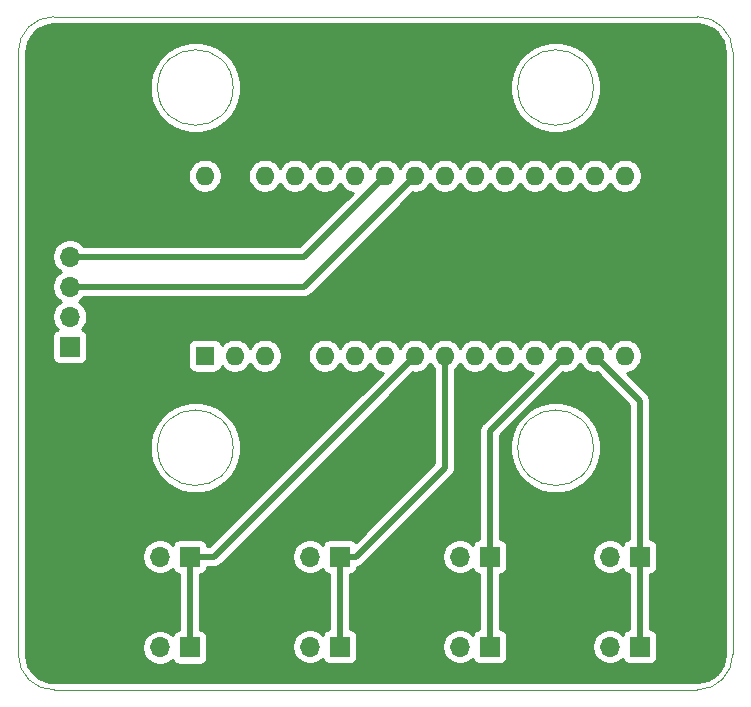
<source format=gbr>
G04 #@! TF.GenerationSoftware,KiCad,Pcbnew,5.1.5+dfsg1-2build2*
G04 #@! TF.CreationDate,2021-01-17T21:09:55-05:00*
G04 #@! TF.ProjectId,Multidrop-Servo-Routing,4d756c74-6964-4726-9f70-2d536572766f,rev?*
G04 #@! TF.SameCoordinates,Original*
G04 #@! TF.FileFunction,Copper,L1,Top*
G04 #@! TF.FilePolarity,Positive*
%FSLAX46Y46*%
G04 Gerber Fmt 4.6, Leading zero omitted, Abs format (unit mm)*
G04 Created by KiCad (PCBNEW 5.1.5+dfsg1-2build2) date 2021-01-17 21:09:55*
%MOMM*%
%LPD*%
G04 APERTURE LIST*
G04 #@! TA.AperFunction,Profile*
%ADD10C,0.050000*%
G04 #@! TD*
G04 #@! TA.AperFunction,ComponentPad*
%ADD11O,1.700000X1.700000*%
G04 #@! TD*
G04 #@! TA.AperFunction,ComponentPad*
%ADD12R,1.700000X1.700000*%
G04 #@! TD*
G04 #@! TA.AperFunction,ComponentPad*
%ADD13O,1.600000X1.600000*%
G04 #@! TD*
G04 #@! TA.AperFunction,ComponentPad*
%ADD14R,1.600000X1.600000*%
G04 #@! TD*
G04 #@! TA.AperFunction,ViaPad*
%ADD15C,0.800000*%
G04 #@! TD*
G04 #@! TA.AperFunction,Conductor*
%ADD16C,0.500000*%
G04 #@! TD*
G04 #@! TA.AperFunction,Conductor*
%ADD17C,0.254000*%
G04 #@! TD*
G04 APERTURE END LIST*
D10*
X92500000Y-63500000D02*
G75*
G02X95500000Y-66500000I0J-3000000D01*
G01*
X35000000Y-66500000D02*
G75*
G02X38000000Y-63500000I3000000J0D01*
G01*
X95500000Y-117500000D02*
G75*
G02X92500000Y-120500000I-3000000J0D01*
G01*
X38068062Y-120499228D02*
G75*
G02X35000000Y-117500000I-68062J2999228D01*
G01*
X35000000Y-117500000D02*
X35000000Y-66500000D01*
X92500000Y-120500000D02*
X38068062Y-120499228D01*
X95500000Y-66500000D02*
X95500000Y-117500000D01*
X38000000Y-63500000D02*
X92500000Y-63500000D01*
X53200000Y-69500000D02*
G75*
G03X53200000Y-69500000I-3200000J0D01*
G01*
X83700000Y-69500000D02*
G75*
G03X83700000Y-69500000I-3200000J0D01*
G01*
X83700000Y-100000000D02*
G75*
G03X83700000Y-100000000I-3200000J0D01*
G01*
X53200000Y-100000000D02*
G75*
G03X53200000Y-100000000I-3200000J0D01*
G01*
D11*
G04 #@! TO.P,J6,3*
G04 #@! TO.N,GND*
X44450000Y-109220000D03*
G04 #@! TO.P,J6,2*
G04 #@! TO.N,+5V*
X46990000Y-109220000D03*
D12*
G04 #@! TO.P,J6,1*
G04 #@! TO.N,Servo_1*
X49530000Y-109220000D03*
G04 #@! TD*
D11*
G04 #@! TO.P,J9,3*
G04 #@! TO.N,GND*
X82550000Y-109220000D03*
G04 #@! TO.P,J9,2*
G04 #@! TO.N,+5V*
X85090000Y-109220000D03*
D12*
G04 #@! TO.P,J9,1*
G04 #@! TO.N,Servo_4*
X87630000Y-109220000D03*
G04 #@! TD*
D11*
G04 #@! TO.P,J8,3*
G04 #@! TO.N,GND*
X69850000Y-109220000D03*
G04 #@! TO.P,J8,2*
G04 #@! TO.N,+5V*
X72390000Y-109220000D03*
D12*
G04 #@! TO.P,J8,1*
G04 #@! TO.N,Servo_3*
X74930000Y-109220000D03*
G04 #@! TD*
D11*
G04 #@! TO.P,J7,3*
G04 #@! TO.N,GND*
X57150000Y-116840000D03*
G04 #@! TO.P,J7,2*
G04 #@! TO.N,+5V*
X59690000Y-116840000D03*
D12*
G04 #@! TO.P,J7,1*
G04 #@! TO.N,Servo_2*
X62230000Y-116840000D03*
G04 #@! TD*
D11*
G04 #@! TO.P,J5,6*
G04 #@! TO.N,GND*
X39370000Y-78740000D03*
G04 #@! TO.P,J5,5*
X39370000Y-81280000D03*
G04 #@! TO.P,J5,4*
G04 #@! TO.N,SCL*
X39370000Y-83820000D03*
G04 #@! TO.P,J5,3*
G04 #@! TO.N,SDA*
X39370000Y-86360000D03*
G04 #@! TO.P,J5,2*
G04 #@! TO.N,+5V*
X39370000Y-88900000D03*
D12*
G04 #@! TO.P,J5,1*
X39370000Y-91440000D03*
G04 #@! TD*
D11*
G04 #@! TO.P,J4,3*
G04 #@! TO.N,GND*
X82550000Y-116840000D03*
G04 #@! TO.P,J4,2*
G04 #@! TO.N,+5V*
X85090000Y-116840000D03*
D12*
G04 #@! TO.P,J4,1*
G04 #@! TO.N,Servo_4*
X87630000Y-116840000D03*
G04 #@! TD*
D11*
G04 #@! TO.P,J3,3*
G04 #@! TO.N,GND*
X69850000Y-116840000D03*
G04 #@! TO.P,J3,2*
G04 #@! TO.N,+5V*
X72390000Y-116840000D03*
D12*
G04 #@! TO.P,J3,1*
G04 #@! TO.N,Servo_3*
X74930000Y-116840000D03*
G04 #@! TD*
D11*
G04 #@! TO.P,J2,3*
G04 #@! TO.N,GND*
X57150000Y-109220000D03*
G04 #@! TO.P,J2,2*
G04 #@! TO.N,+5V*
X59690000Y-109220000D03*
D12*
G04 #@! TO.P,J2,1*
G04 #@! TO.N,Servo_2*
X62230000Y-109220000D03*
G04 #@! TD*
D11*
G04 #@! TO.P,J1,3*
G04 #@! TO.N,GND*
X44450000Y-116910000D03*
G04 #@! TO.P,J1,2*
G04 #@! TO.N,+5V*
X46990000Y-116910000D03*
D12*
G04 #@! TO.P,J1,1*
G04 #@! TO.N,Servo_1*
X49530000Y-116910000D03*
G04 #@! TD*
D13*
G04 #@! TO.P,A1,16*
G04 #@! TO.N,Net-(A1-Pad16)*
X86360000Y-76962000D03*
G04 #@! TO.P,A1,15*
G04 #@! TO.N,Net-(A1-Pad15)*
X86360000Y-92202000D03*
G04 #@! TO.P,A1,30*
G04 #@! TO.N,Net-(A1-Pad30)*
X50800000Y-76962000D03*
G04 #@! TO.P,A1,14*
G04 #@! TO.N,Servo_4*
X83820000Y-92202000D03*
G04 #@! TO.P,A1,29*
G04 #@! TO.N,GND*
X53340000Y-76962000D03*
G04 #@! TO.P,A1,13*
G04 #@! TO.N,Servo_3*
X81280000Y-92202000D03*
G04 #@! TO.P,A1,28*
G04 #@! TO.N,Net-(A1-Pad28)*
X55880000Y-76962000D03*
G04 #@! TO.P,A1,12*
G04 #@! TO.N,Net-(A1-Pad12)*
X78740000Y-92202000D03*
G04 #@! TO.P,A1,27*
G04 #@! TO.N,+5V*
X58420000Y-76962000D03*
G04 #@! TO.P,A1,11*
G04 #@! TO.N,Net-(A1-Pad11)*
X76200000Y-92202000D03*
G04 #@! TO.P,A1,26*
G04 #@! TO.N,Net-(A1-Pad26)*
X60960000Y-76962000D03*
G04 #@! TO.P,A1,10*
G04 #@! TO.N,Net-(A1-Pad10)*
X73660000Y-92202000D03*
G04 #@! TO.P,A1,25*
G04 #@! TO.N,Net-(A1-Pad25)*
X63500000Y-76962000D03*
G04 #@! TO.P,A1,9*
G04 #@! TO.N,Servo_2*
X71120000Y-92202000D03*
G04 #@! TO.P,A1,24*
G04 #@! TO.N,SCL*
X66040000Y-76962000D03*
G04 #@! TO.P,A1,8*
G04 #@! TO.N,Servo_1*
X68580000Y-92202000D03*
G04 #@! TO.P,A1,23*
G04 #@! TO.N,SDA*
X68580000Y-76962000D03*
G04 #@! TO.P,A1,7*
G04 #@! TO.N,Net-(A1-Pad7)*
X66040000Y-92202000D03*
G04 #@! TO.P,A1,22*
G04 #@! TO.N,Net-(A1-Pad22)*
X71120000Y-76962000D03*
G04 #@! TO.P,A1,6*
G04 #@! TO.N,Net-(A1-Pad6)*
X63500000Y-92202000D03*
G04 #@! TO.P,A1,21*
G04 #@! TO.N,Net-(A1-Pad21)*
X73660000Y-76962000D03*
G04 #@! TO.P,A1,5*
G04 #@! TO.N,Net-(A1-Pad5)*
X60960000Y-92202000D03*
G04 #@! TO.P,A1,20*
G04 #@! TO.N,Net-(A1-Pad20)*
X76200000Y-76962000D03*
G04 #@! TO.P,A1,4*
G04 #@! TO.N,GND*
X58420000Y-92202000D03*
G04 #@! TO.P,A1,19*
G04 #@! TO.N,Net-(A1-Pad19)*
X78740000Y-76962000D03*
G04 #@! TO.P,A1,3*
G04 #@! TO.N,Net-(A1-Pad3)*
X55880000Y-92202000D03*
G04 #@! TO.P,A1,18*
G04 #@! TO.N,Net-(A1-Pad18)*
X81280000Y-76962000D03*
G04 #@! TO.P,A1,2*
G04 #@! TO.N,Net-(A1-Pad2)*
X53340000Y-92202000D03*
G04 #@! TO.P,A1,17*
G04 #@! TO.N,Net-(A1-Pad17)*
X83820000Y-76962000D03*
D14*
G04 #@! TO.P,A1,1*
G04 #@! TO.N,Net-(A1-Pad1)*
X50800000Y-92202000D03*
G04 #@! TD*
D15*
G04 #@! TO.N,GND*
X66040000Y-109220000D03*
X66040000Y-116840000D03*
X53340000Y-116840000D03*
X40640000Y-116840000D03*
X40640000Y-109220000D03*
X91440000Y-109220000D03*
X91440000Y-116840000D03*
X91440000Y-101600000D03*
X78740000Y-116840000D03*
X66040000Y-101600000D03*
X91440000Y-93980000D03*
X91440000Y-86360000D03*
X78740000Y-86360000D03*
X66040000Y-86360000D03*
X91440000Y-71120000D03*
X66040000Y-71120000D03*
X40640000Y-71120000D03*
X55880000Y-96520000D03*
G04 #@! TD*
D16*
G04 #@! TO.N,Servo_1*
X49530000Y-116910000D02*
X49530000Y-109220000D01*
X51562000Y-109220000D02*
X68580000Y-92202000D01*
X49530000Y-109220000D02*
X51562000Y-109220000D01*
G04 #@! TO.N,SCL*
X59182000Y-83820000D02*
X66040000Y-76962000D01*
X39370000Y-83820000D02*
X59182000Y-83820000D01*
G04 #@! TO.N,SDA*
X59182000Y-86360000D02*
X68580000Y-76962000D01*
X39370000Y-86360000D02*
X59182000Y-86360000D01*
G04 #@! TO.N,Servo_2*
X62230000Y-109220000D02*
X63580000Y-109220000D01*
X62230000Y-116840000D02*
X62230000Y-109220000D01*
X71120000Y-101680000D02*
X71120000Y-92202000D01*
X63580000Y-109220000D02*
X71120000Y-101680000D01*
G04 #@! TO.N,Servo_3*
X74930000Y-116840000D02*
X74930000Y-109220000D01*
X74930000Y-98552000D02*
X81280000Y-92202000D01*
X74930000Y-109220000D02*
X74930000Y-98552000D01*
G04 #@! TO.N,Servo_4*
X87630000Y-116840000D02*
X87630000Y-109220000D01*
X87630000Y-96012000D02*
X83820000Y-92202000D01*
X87630000Y-109220000D02*
X87630000Y-96012000D01*
G04 #@! TD*
D17*
G04 #@! TO.N,GND*
G36*
X92953893Y-64207670D02*
G01*
X93390498Y-64339489D01*
X93793185Y-64553600D01*
X94146612Y-64841848D01*
X94437327Y-65193261D01*
X94654242Y-65594439D01*
X94789106Y-66030113D01*
X94840000Y-66514344D01*
X94840001Y-117467711D01*
X94792330Y-117953894D01*
X94660512Y-118390497D01*
X94446399Y-118793186D01*
X94158150Y-119146613D01*
X93806739Y-119437327D01*
X93405564Y-119654240D01*
X92969886Y-119789106D01*
X92485661Y-119840000D01*
X38092848Y-119839229D01*
X37598230Y-119802038D01*
X37158748Y-119680159D01*
X36751306Y-119475238D01*
X36391430Y-119195082D01*
X36092822Y-118850360D01*
X35866857Y-118454201D01*
X35722143Y-118021695D01*
X35660695Y-117542024D01*
X35660000Y-117495134D01*
X35660000Y-109073740D01*
X45505000Y-109073740D01*
X45505000Y-109366260D01*
X45562068Y-109653158D01*
X45674010Y-109923411D01*
X45836525Y-110166632D01*
X46043368Y-110373475D01*
X46286589Y-110535990D01*
X46556842Y-110647932D01*
X46843740Y-110705000D01*
X47136260Y-110705000D01*
X47423158Y-110647932D01*
X47693411Y-110535990D01*
X47936632Y-110373475D01*
X48068487Y-110241620D01*
X48090498Y-110314180D01*
X48149463Y-110424494D01*
X48228815Y-110521185D01*
X48325506Y-110600537D01*
X48435820Y-110659502D01*
X48555518Y-110695812D01*
X48645001Y-110704625D01*
X48645000Y-115425375D01*
X48555518Y-115434188D01*
X48435820Y-115470498D01*
X48325506Y-115529463D01*
X48228815Y-115608815D01*
X48149463Y-115705506D01*
X48090498Y-115815820D01*
X48068487Y-115888380D01*
X47936632Y-115756525D01*
X47693411Y-115594010D01*
X47423158Y-115482068D01*
X47136260Y-115425000D01*
X46843740Y-115425000D01*
X46556842Y-115482068D01*
X46286589Y-115594010D01*
X46043368Y-115756525D01*
X45836525Y-115963368D01*
X45674010Y-116206589D01*
X45562068Y-116476842D01*
X45505000Y-116763740D01*
X45505000Y-117056260D01*
X45562068Y-117343158D01*
X45674010Y-117613411D01*
X45836525Y-117856632D01*
X46043368Y-118063475D01*
X46286589Y-118225990D01*
X46556842Y-118337932D01*
X46843740Y-118395000D01*
X47136260Y-118395000D01*
X47423158Y-118337932D01*
X47693411Y-118225990D01*
X47936632Y-118063475D01*
X48068487Y-117931620D01*
X48090498Y-118004180D01*
X48149463Y-118114494D01*
X48228815Y-118211185D01*
X48325506Y-118290537D01*
X48435820Y-118349502D01*
X48555518Y-118385812D01*
X48680000Y-118398072D01*
X50380000Y-118398072D01*
X50504482Y-118385812D01*
X50624180Y-118349502D01*
X50734494Y-118290537D01*
X50831185Y-118211185D01*
X50910537Y-118114494D01*
X50969502Y-118004180D01*
X51005812Y-117884482D01*
X51018072Y-117760000D01*
X51018072Y-116060000D01*
X51005812Y-115935518D01*
X50969502Y-115815820D01*
X50910537Y-115705506D01*
X50831185Y-115608815D01*
X50734494Y-115529463D01*
X50624180Y-115470498D01*
X50504482Y-115434188D01*
X50415000Y-115425375D01*
X50415000Y-110704625D01*
X50504482Y-110695812D01*
X50624180Y-110659502D01*
X50734494Y-110600537D01*
X50831185Y-110521185D01*
X50910537Y-110424494D01*
X50969502Y-110314180D01*
X51005812Y-110194482D01*
X51014625Y-110105000D01*
X51518531Y-110105000D01*
X51562000Y-110109281D01*
X51605469Y-110105000D01*
X51605477Y-110105000D01*
X51735490Y-110092195D01*
X51902313Y-110041589D01*
X52056059Y-109959411D01*
X52190817Y-109848817D01*
X52218534Y-109815044D01*
X68403562Y-93630017D01*
X68438665Y-93637000D01*
X68721335Y-93637000D01*
X68998574Y-93581853D01*
X69259727Y-93473680D01*
X69494759Y-93316637D01*
X69694637Y-93116759D01*
X69850000Y-92884241D01*
X70005363Y-93116759D01*
X70205241Y-93316637D01*
X70235001Y-93336522D01*
X70235000Y-101313421D01*
X63575549Y-107972873D01*
X63531185Y-107918815D01*
X63434494Y-107839463D01*
X63324180Y-107780498D01*
X63204482Y-107744188D01*
X63080000Y-107731928D01*
X61380000Y-107731928D01*
X61255518Y-107744188D01*
X61135820Y-107780498D01*
X61025506Y-107839463D01*
X60928815Y-107918815D01*
X60849463Y-108015506D01*
X60790498Y-108125820D01*
X60768487Y-108198380D01*
X60636632Y-108066525D01*
X60393411Y-107904010D01*
X60123158Y-107792068D01*
X59836260Y-107735000D01*
X59543740Y-107735000D01*
X59256842Y-107792068D01*
X58986589Y-107904010D01*
X58743368Y-108066525D01*
X58536525Y-108273368D01*
X58374010Y-108516589D01*
X58262068Y-108786842D01*
X58205000Y-109073740D01*
X58205000Y-109366260D01*
X58262068Y-109653158D01*
X58374010Y-109923411D01*
X58536525Y-110166632D01*
X58743368Y-110373475D01*
X58986589Y-110535990D01*
X59256842Y-110647932D01*
X59543740Y-110705000D01*
X59836260Y-110705000D01*
X60123158Y-110647932D01*
X60393411Y-110535990D01*
X60636632Y-110373475D01*
X60768487Y-110241620D01*
X60790498Y-110314180D01*
X60849463Y-110424494D01*
X60928815Y-110521185D01*
X61025506Y-110600537D01*
X61135820Y-110659502D01*
X61255518Y-110695812D01*
X61345001Y-110704625D01*
X61345000Y-115355375D01*
X61255518Y-115364188D01*
X61135820Y-115400498D01*
X61025506Y-115459463D01*
X60928815Y-115538815D01*
X60849463Y-115635506D01*
X60790498Y-115745820D01*
X60768487Y-115818380D01*
X60636632Y-115686525D01*
X60393411Y-115524010D01*
X60123158Y-115412068D01*
X59836260Y-115355000D01*
X59543740Y-115355000D01*
X59256842Y-115412068D01*
X58986589Y-115524010D01*
X58743368Y-115686525D01*
X58536525Y-115893368D01*
X58374010Y-116136589D01*
X58262068Y-116406842D01*
X58205000Y-116693740D01*
X58205000Y-116986260D01*
X58262068Y-117273158D01*
X58374010Y-117543411D01*
X58536525Y-117786632D01*
X58743368Y-117993475D01*
X58986589Y-118155990D01*
X59256842Y-118267932D01*
X59543740Y-118325000D01*
X59836260Y-118325000D01*
X60123158Y-118267932D01*
X60393411Y-118155990D01*
X60636632Y-117993475D01*
X60768487Y-117861620D01*
X60790498Y-117934180D01*
X60849463Y-118044494D01*
X60928815Y-118141185D01*
X61025506Y-118220537D01*
X61135820Y-118279502D01*
X61255518Y-118315812D01*
X61380000Y-118328072D01*
X63080000Y-118328072D01*
X63204482Y-118315812D01*
X63324180Y-118279502D01*
X63434494Y-118220537D01*
X63531185Y-118141185D01*
X63610537Y-118044494D01*
X63669502Y-117934180D01*
X63705812Y-117814482D01*
X63718072Y-117690000D01*
X63718072Y-115990000D01*
X63705812Y-115865518D01*
X63669502Y-115745820D01*
X63610537Y-115635506D01*
X63531185Y-115538815D01*
X63434494Y-115459463D01*
X63324180Y-115400498D01*
X63204482Y-115364188D01*
X63115000Y-115355375D01*
X63115000Y-110704625D01*
X63204482Y-110695812D01*
X63324180Y-110659502D01*
X63434494Y-110600537D01*
X63531185Y-110521185D01*
X63610537Y-110424494D01*
X63669502Y-110314180D01*
X63705812Y-110194482D01*
X63715518Y-110095935D01*
X63753490Y-110092195D01*
X63920313Y-110041589D01*
X64074059Y-109959411D01*
X64208817Y-109848817D01*
X64236534Y-109815044D01*
X71715051Y-102336528D01*
X71748817Y-102308817D01*
X71805229Y-102240080D01*
X71859410Y-102174060D01*
X71859411Y-102174059D01*
X71941589Y-102020313D01*
X71992195Y-101853490D01*
X72005000Y-101723477D01*
X72005000Y-101723467D01*
X72009281Y-101680001D01*
X72005000Y-101636535D01*
X72005000Y-93336521D01*
X72034759Y-93316637D01*
X72234637Y-93116759D01*
X72390000Y-92884241D01*
X72545363Y-93116759D01*
X72745241Y-93316637D01*
X72980273Y-93473680D01*
X73241426Y-93581853D01*
X73518665Y-93637000D01*
X73801335Y-93637000D01*
X74078574Y-93581853D01*
X74339727Y-93473680D01*
X74574759Y-93316637D01*
X74774637Y-93116759D01*
X74930000Y-92884241D01*
X75085363Y-93116759D01*
X75285241Y-93316637D01*
X75520273Y-93473680D01*
X75781426Y-93581853D01*
X76058665Y-93637000D01*
X76341335Y-93637000D01*
X76618574Y-93581853D01*
X76879727Y-93473680D01*
X77114759Y-93316637D01*
X77314637Y-93116759D01*
X77470000Y-92884241D01*
X77625363Y-93116759D01*
X77825241Y-93316637D01*
X78060273Y-93473680D01*
X78321426Y-93581853D01*
X78594291Y-93636130D01*
X74334952Y-97895470D01*
X74301184Y-97923183D01*
X74273471Y-97956951D01*
X74273468Y-97956954D01*
X74190590Y-98057941D01*
X74108412Y-98211687D01*
X74057805Y-98378510D01*
X74040719Y-98552000D01*
X74045001Y-98595479D01*
X74045000Y-107735375D01*
X73955518Y-107744188D01*
X73835820Y-107780498D01*
X73725506Y-107839463D01*
X73628815Y-107918815D01*
X73549463Y-108015506D01*
X73490498Y-108125820D01*
X73468487Y-108198380D01*
X73336632Y-108066525D01*
X73093411Y-107904010D01*
X72823158Y-107792068D01*
X72536260Y-107735000D01*
X72243740Y-107735000D01*
X71956842Y-107792068D01*
X71686589Y-107904010D01*
X71443368Y-108066525D01*
X71236525Y-108273368D01*
X71074010Y-108516589D01*
X70962068Y-108786842D01*
X70905000Y-109073740D01*
X70905000Y-109366260D01*
X70962068Y-109653158D01*
X71074010Y-109923411D01*
X71236525Y-110166632D01*
X71443368Y-110373475D01*
X71686589Y-110535990D01*
X71956842Y-110647932D01*
X72243740Y-110705000D01*
X72536260Y-110705000D01*
X72823158Y-110647932D01*
X73093411Y-110535990D01*
X73336632Y-110373475D01*
X73468487Y-110241620D01*
X73490498Y-110314180D01*
X73549463Y-110424494D01*
X73628815Y-110521185D01*
X73725506Y-110600537D01*
X73835820Y-110659502D01*
X73955518Y-110695812D01*
X74045001Y-110704625D01*
X74045000Y-115355375D01*
X73955518Y-115364188D01*
X73835820Y-115400498D01*
X73725506Y-115459463D01*
X73628815Y-115538815D01*
X73549463Y-115635506D01*
X73490498Y-115745820D01*
X73468487Y-115818380D01*
X73336632Y-115686525D01*
X73093411Y-115524010D01*
X72823158Y-115412068D01*
X72536260Y-115355000D01*
X72243740Y-115355000D01*
X71956842Y-115412068D01*
X71686589Y-115524010D01*
X71443368Y-115686525D01*
X71236525Y-115893368D01*
X71074010Y-116136589D01*
X70962068Y-116406842D01*
X70905000Y-116693740D01*
X70905000Y-116986260D01*
X70962068Y-117273158D01*
X71074010Y-117543411D01*
X71236525Y-117786632D01*
X71443368Y-117993475D01*
X71686589Y-118155990D01*
X71956842Y-118267932D01*
X72243740Y-118325000D01*
X72536260Y-118325000D01*
X72823158Y-118267932D01*
X73093411Y-118155990D01*
X73336632Y-117993475D01*
X73468487Y-117861620D01*
X73490498Y-117934180D01*
X73549463Y-118044494D01*
X73628815Y-118141185D01*
X73725506Y-118220537D01*
X73835820Y-118279502D01*
X73955518Y-118315812D01*
X74080000Y-118328072D01*
X75780000Y-118328072D01*
X75904482Y-118315812D01*
X76024180Y-118279502D01*
X76134494Y-118220537D01*
X76231185Y-118141185D01*
X76310537Y-118044494D01*
X76369502Y-117934180D01*
X76405812Y-117814482D01*
X76418072Y-117690000D01*
X76418072Y-115990000D01*
X76405812Y-115865518D01*
X76369502Y-115745820D01*
X76310537Y-115635506D01*
X76231185Y-115538815D01*
X76134494Y-115459463D01*
X76024180Y-115400498D01*
X75904482Y-115364188D01*
X75815000Y-115355375D01*
X75815000Y-110704625D01*
X75904482Y-110695812D01*
X76024180Y-110659502D01*
X76134494Y-110600537D01*
X76231185Y-110521185D01*
X76310537Y-110424494D01*
X76369502Y-110314180D01*
X76405812Y-110194482D01*
X76418072Y-110070000D01*
X76418072Y-108370000D01*
X76405812Y-108245518D01*
X76369502Y-108125820D01*
X76310537Y-108015506D01*
X76231185Y-107918815D01*
X76134494Y-107839463D01*
X76024180Y-107780498D01*
X75904482Y-107744188D01*
X75815000Y-107735375D01*
X75815000Y-99619693D01*
X76638683Y-99619693D01*
X76638683Y-100380307D01*
X76787071Y-101126305D01*
X77078145Y-101829019D01*
X77500719Y-102461446D01*
X78038554Y-102999281D01*
X78670981Y-103421855D01*
X79373695Y-103712929D01*
X80119693Y-103861317D01*
X80880307Y-103861317D01*
X81626305Y-103712929D01*
X82329019Y-103421855D01*
X82961446Y-102999281D01*
X83499281Y-102461446D01*
X83921855Y-101829019D01*
X84212929Y-101126305D01*
X84361317Y-100380307D01*
X84361317Y-99619693D01*
X84212929Y-98873695D01*
X83921855Y-98170981D01*
X83499281Y-97538554D01*
X82961446Y-97000719D01*
X82329019Y-96578145D01*
X81626305Y-96287071D01*
X80880307Y-96138683D01*
X80119693Y-96138683D01*
X79373695Y-96287071D01*
X78670981Y-96578145D01*
X78038554Y-97000719D01*
X77500719Y-97538554D01*
X77078145Y-98170981D01*
X76787071Y-98873695D01*
X76638683Y-99619693D01*
X75815000Y-99619693D01*
X75815000Y-98918578D01*
X81103561Y-93630017D01*
X81138665Y-93637000D01*
X81421335Y-93637000D01*
X81698574Y-93581853D01*
X81959727Y-93473680D01*
X82194759Y-93316637D01*
X82394637Y-93116759D01*
X82550000Y-92884241D01*
X82705363Y-93116759D01*
X82905241Y-93316637D01*
X83140273Y-93473680D01*
X83401426Y-93581853D01*
X83678665Y-93637000D01*
X83961335Y-93637000D01*
X83996439Y-93630017D01*
X86745001Y-96378580D01*
X86745000Y-107735375D01*
X86655518Y-107744188D01*
X86535820Y-107780498D01*
X86425506Y-107839463D01*
X86328815Y-107918815D01*
X86249463Y-108015506D01*
X86190498Y-108125820D01*
X86168487Y-108198380D01*
X86036632Y-108066525D01*
X85793411Y-107904010D01*
X85523158Y-107792068D01*
X85236260Y-107735000D01*
X84943740Y-107735000D01*
X84656842Y-107792068D01*
X84386589Y-107904010D01*
X84143368Y-108066525D01*
X83936525Y-108273368D01*
X83774010Y-108516589D01*
X83662068Y-108786842D01*
X83605000Y-109073740D01*
X83605000Y-109366260D01*
X83662068Y-109653158D01*
X83774010Y-109923411D01*
X83936525Y-110166632D01*
X84143368Y-110373475D01*
X84386589Y-110535990D01*
X84656842Y-110647932D01*
X84943740Y-110705000D01*
X85236260Y-110705000D01*
X85523158Y-110647932D01*
X85793411Y-110535990D01*
X86036632Y-110373475D01*
X86168487Y-110241620D01*
X86190498Y-110314180D01*
X86249463Y-110424494D01*
X86328815Y-110521185D01*
X86425506Y-110600537D01*
X86535820Y-110659502D01*
X86655518Y-110695812D01*
X86745001Y-110704625D01*
X86745000Y-115355375D01*
X86655518Y-115364188D01*
X86535820Y-115400498D01*
X86425506Y-115459463D01*
X86328815Y-115538815D01*
X86249463Y-115635506D01*
X86190498Y-115745820D01*
X86168487Y-115818380D01*
X86036632Y-115686525D01*
X85793411Y-115524010D01*
X85523158Y-115412068D01*
X85236260Y-115355000D01*
X84943740Y-115355000D01*
X84656842Y-115412068D01*
X84386589Y-115524010D01*
X84143368Y-115686525D01*
X83936525Y-115893368D01*
X83774010Y-116136589D01*
X83662068Y-116406842D01*
X83605000Y-116693740D01*
X83605000Y-116986260D01*
X83662068Y-117273158D01*
X83774010Y-117543411D01*
X83936525Y-117786632D01*
X84143368Y-117993475D01*
X84386589Y-118155990D01*
X84656842Y-118267932D01*
X84943740Y-118325000D01*
X85236260Y-118325000D01*
X85523158Y-118267932D01*
X85793411Y-118155990D01*
X86036632Y-117993475D01*
X86168487Y-117861620D01*
X86190498Y-117934180D01*
X86249463Y-118044494D01*
X86328815Y-118141185D01*
X86425506Y-118220537D01*
X86535820Y-118279502D01*
X86655518Y-118315812D01*
X86780000Y-118328072D01*
X88480000Y-118328072D01*
X88604482Y-118315812D01*
X88724180Y-118279502D01*
X88834494Y-118220537D01*
X88931185Y-118141185D01*
X89010537Y-118044494D01*
X89069502Y-117934180D01*
X89105812Y-117814482D01*
X89118072Y-117690000D01*
X89118072Y-115990000D01*
X89105812Y-115865518D01*
X89069502Y-115745820D01*
X89010537Y-115635506D01*
X88931185Y-115538815D01*
X88834494Y-115459463D01*
X88724180Y-115400498D01*
X88604482Y-115364188D01*
X88515000Y-115355375D01*
X88515000Y-110704625D01*
X88604482Y-110695812D01*
X88724180Y-110659502D01*
X88834494Y-110600537D01*
X88931185Y-110521185D01*
X89010537Y-110424494D01*
X89069502Y-110314180D01*
X89105812Y-110194482D01*
X89118072Y-110070000D01*
X89118072Y-108370000D01*
X89105812Y-108245518D01*
X89069502Y-108125820D01*
X89010537Y-108015506D01*
X88931185Y-107918815D01*
X88834494Y-107839463D01*
X88724180Y-107780498D01*
X88604482Y-107744188D01*
X88515000Y-107735375D01*
X88515000Y-96055469D01*
X88519281Y-96012000D01*
X88515000Y-95968531D01*
X88515000Y-95968523D01*
X88502195Y-95838510D01*
X88451589Y-95671687D01*
X88451589Y-95671686D01*
X88369411Y-95517941D01*
X88286532Y-95416953D01*
X88286530Y-95416951D01*
X88258817Y-95383183D01*
X88225049Y-95355470D01*
X86505709Y-93636130D01*
X86778574Y-93581853D01*
X87039727Y-93473680D01*
X87274759Y-93316637D01*
X87474637Y-93116759D01*
X87631680Y-92881727D01*
X87739853Y-92620574D01*
X87795000Y-92343335D01*
X87795000Y-92060665D01*
X87739853Y-91783426D01*
X87631680Y-91522273D01*
X87474637Y-91287241D01*
X87274759Y-91087363D01*
X87039727Y-90930320D01*
X86778574Y-90822147D01*
X86501335Y-90767000D01*
X86218665Y-90767000D01*
X85941426Y-90822147D01*
X85680273Y-90930320D01*
X85445241Y-91087363D01*
X85245363Y-91287241D01*
X85090000Y-91519759D01*
X84934637Y-91287241D01*
X84734759Y-91087363D01*
X84499727Y-90930320D01*
X84238574Y-90822147D01*
X83961335Y-90767000D01*
X83678665Y-90767000D01*
X83401426Y-90822147D01*
X83140273Y-90930320D01*
X82905241Y-91087363D01*
X82705363Y-91287241D01*
X82550000Y-91519759D01*
X82394637Y-91287241D01*
X82194759Y-91087363D01*
X81959727Y-90930320D01*
X81698574Y-90822147D01*
X81421335Y-90767000D01*
X81138665Y-90767000D01*
X80861426Y-90822147D01*
X80600273Y-90930320D01*
X80365241Y-91087363D01*
X80165363Y-91287241D01*
X80010000Y-91519759D01*
X79854637Y-91287241D01*
X79654759Y-91087363D01*
X79419727Y-90930320D01*
X79158574Y-90822147D01*
X78881335Y-90767000D01*
X78598665Y-90767000D01*
X78321426Y-90822147D01*
X78060273Y-90930320D01*
X77825241Y-91087363D01*
X77625363Y-91287241D01*
X77470000Y-91519759D01*
X77314637Y-91287241D01*
X77114759Y-91087363D01*
X76879727Y-90930320D01*
X76618574Y-90822147D01*
X76341335Y-90767000D01*
X76058665Y-90767000D01*
X75781426Y-90822147D01*
X75520273Y-90930320D01*
X75285241Y-91087363D01*
X75085363Y-91287241D01*
X74930000Y-91519759D01*
X74774637Y-91287241D01*
X74574759Y-91087363D01*
X74339727Y-90930320D01*
X74078574Y-90822147D01*
X73801335Y-90767000D01*
X73518665Y-90767000D01*
X73241426Y-90822147D01*
X72980273Y-90930320D01*
X72745241Y-91087363D01*
X72545363Y-91287241D01*
X72390000Y-91519759D01*
X72234637Y-91287241D01*
X72034759Y-91087363D01*
X71799727Y-90930320D01*
X71538574Y-90822147D01*
X71261335Y-90767000D01*
X70978665Y-90767000D01*
X70701426Y-90822147D01*
X70440273Y-90930320D01*
X70205241Y-91087363D01*
X70005363Y-91287241D01*
X69850000Y-91519759D01*
X69694637Y-91287241D01*
X69494759Y-91087363D01*
X69259727Y-90930320D01*
X68998574Y-90822147D01*
X68721335Y-90767000D01*
X68438665Y-90767000D01*
X68161426Y-90822147D01*
X67900273Y-90930320D01*
X67665241Y-91087363D01*
X67465363Y-91287241D01*
X67310000Y-91519759D01*
X67154637Y-91287241D01*
X66954759Y-91087363D01*
X66719727Y-90930320D01*
X66458574Y-90822147D01*
X66181335Y-90767000D01*
X65898665Y-90767000D01*
X65621426Y-90822147D01*
X65360273Y-90930320D01*
X65125241Y-91087363D01*
X64925363Y-91287241D01*
X64770000Y-91519759D01*
X64614637Y-91287241D01*
X64414759Y-91087363D01*
X64179727Y-90930320D01*
X63918574Y-90822147D01*
X63641335Y-90767000D01*
X63358665Y-90767000D01*
X63081426Y-90822147D01*
X62820273Y-90930320D01*
X62585241Y-91087363D01*
X62385363Y-91287241D01*
X62230000Y-91519759D01*
X62074637Y-91287241D01*
X61874759Y-91087363D01*
X61639727Y-90930320D01*
X61378574Y-90822147D01*
X61101335Y-90767000D01*
X60818665Y-90767000D01*
X60541426Y-90822147D01*
X60280273Y-90930320D01*
X60045241Y-91087363D01*
X59845363Y-91287241D01*
X59688320Y-91522273D01*
X59580147Y-91783426D01*
X59525000Y-92060665D01*
X59525000Y-92343335D01*
X59580147Y-92620574D01*
X59688320Y-92881727D01*
X59845363Y-93116759D01*
X60045241Y-93316637D01*
X60280273Y-93473680D01*
X60541426Y-93581853D01*
X60818665Y-93637000D01*
X61101335Y-93637000D01*
X61378574Y-93581853D01*
X61639727Y-93473680D01*
X61874759Y-93316637D01*
X62074637Y-93116759D01*
X62230000Y-92884241D01*
X62385363Y-93116759D01*
X62585241Y-93316637D01*
X62820273Y-93473680D01*
X63081426Y-93581853D01*
X63358665Y-93637000D01*
X63641335Y-93637000D01*
X63918574Y-93581853D01*
X64179727Y-93473680D01*
X64414759Y-93316637D01*
X64614637Y-93116759D01*
X64770000Y-92884241D01*
X64925363Y-93116759D01*
X65125241Y-93316637D01*
X65360273Y-93473680D01*
X65621426Y-93581853D01*
X65894291Y-93636130D01*
X51195422Y-108335000D01*
X51014625Y-108335000D01*
X51005812Y-108245518D01*
X50969502Y-108125820D01*
X50910537Y-108015506D01*
X50831185Y-107918815D01*
X50734494Y-107839463D01*
X50624180Y-107780498D01*
X50504482Y-107744188D01*
X50380000Y-107731928D01*
X48680000Y-107731928D01*
X48555518Y-107744188D01*
X48435820Y-107780498D01*
X48325506Y-107839463D01*
X48228815Y-107918815D01*
X48149463Y-108015506D01*
X48090498Y-108125820D01*
X48068487Y-108198380D01*
X47936632Y-108066525D01*
X47693411Y-107904010D01*
X47423158Y-107792068D01*
X47136260Y-107735000D01*
X46843740Y-107735000D01*
X46556842Y-107792068D01*
X46286589Y-107904010D01*
X46043368Y-108066525D01*
X45836525Y-108273368D01*
X45674010Y-108516589D01*
X45562068Y-108786842D01*
X45505000Y-109073740D01*
X35660000Y-109073740D01*
X35660000Y-99619693D01*
X46138683Y-99619693D01*
X46138683Y-100380307D01*
X46287071Y-101126305D01*
X46578145Y-101829019D01*
X47000719Y-102461446D01*
X47538554Y-102999281D01*
X48170981Y-103421855D01*
X48873695Y-103712929D01*
X49619693Y-103861317D01*
X50380307Y-103861317D01*
X51126305Y-103712929D01*
X51829019Y-103421855D01*
X52461446Y-102999281D01*
X52999281Y-102461446D01*
X53421855Y-101829019D01*
X53712929Y-101126305D01*
X53861317Y-100380307D01*
X53861317Y-99619693D01*
X53712929Y-98873695D01*
X53421855Y-98170981D01*
X52999281Y-97538554D01*
X52461446Y-97000719D01*
X51829019Y-96578145D01*
X51126305Y-96287071D01*
X50380307Y-96138683D01*
X49619693Y-96138683D01*
X48873695Y-96287071D01*
X48170981Y-96578145D01*
X47538554Y-97000719D01*
X47000719Y-97538554D01*
X46578145Y-98170981D01*
X46287071Y-98873695D01*
X46138683Y-99619693D01*
X35660000Y-99619693D01*
X35660000Y-90590000D01*
X37881928Y-90590000D01*
X37881928Y-92290000D01*
X37894188Y-92414482D01*
X37930498Y-92534180D01*
X37989463Y-92644494D01*
X38068815Y-92741185D01*
X38165506Y-92820537D01*
X38275820Y-92879502D01*
X38395518Y-92915812D01*
X38520000Y-92928072D01*
X40220000Y-92928072D01*
X40344482Y-92915812D01*
X40464180Y-92879502D01*
X40574494Y-92820537D01*
X40671185Y-92741185D01*
X40750537Y-92644494D01*
X40809502Y-92534180D01*
X40845812Y-92414482D01*
X40858072Y-92290000D01*
X40858072Y-91402000D01*
X49361928Y-91402000D01*
X49361928Y-93002000D01*
X49374188Y-93126482D01*
X49410498Y-93246180D01*
X49469463Y-93356494D01*
X49548815Y-93453185D01*
X49645506Y-93532537D01*
X49755820Y-93591502D01*
X49875518Y-93627812D01*
X50000000Y-93640072D01*
X51600000Y-93640072D01*
X51724482Y-93627812D01*
X51844180Y-93591502D01*
X51954494Y-93532537D01*
X52051185Y-93453185D01*
X52130537Y-93356494D01*
X52189502Y-93246180D01*
X52225812Y-93126482D01*
X52226643Y-93118039D01*
X52425241Y-93316637D01*
X52660273Y-93473680D01*
X52921426Y-93581853D01*
X53198665Y-93637000D01*
X53481335Y-93637000D01*
X53758574Y-93581853D01*
X54019727Y-93473680D01*
X54254759Y-93316637D01*
X54454637Y-93116759D01*
X54610000Y-92884241D01*
X54765363Y-93116759D01*
X54965241Y-93316637D01*
X55200273Y-93473680D01*
X55461426Y-93581853D01*
X55738665Y-93637000D01*
X56021335Y-93637000D01*
X56298574Y-93581853D01*
X56559727Y-93473680D01*
X56794759Y-93316637D01*
X56994637Y-93116759D01*
X57151680Y-92881727D01*
X57259853Y-92620574D01*
X57315000Y-92343335D01*
X57315000Y-92060665D01*
X57259853Y-91783426D01*
X57151680Y-91522273D01*
X56994637Y-91287241D01*
X56794759Y-91087363D01*
X56559727Y-90930320D01*
X56298574Y-90822147D01*
X56021335Y-90767000D01*
X55738665Y-90767000D01*
X55461426Y-90822147D01*
X55200273Y-90930320D01*
X54965241Y-91087363D01*
X54765363Y-91287241D01*
X54610000Y-91519759D01*
X54454637Y-91287241D01*
X54254759Y-91087363D01*
X54019727Y-90930320D01*
X53758574Y-90822147D01*
X53481335Y-90767000D01*
X53198665Y-90767000D01*
X52921426Y-90822147D01*
X52660273Y-90930320D01*
X52425241Y-91087363D01*
X52226643Y-91285961D01*
X52225812Y-91277518D01*
X52189502Y-91157820D01*
X52130537Y-91047506D01*
X52051185Y-90950815D01*
X51954494Y-90871463D01*
X51844180Y-90812498D01*
X51724482Y-90776188D01*
X51600000Y-90763928D01*
X50000000Y-90763928D01*
X49875518Y-90776188D01*
X49755820Y-90812498D01*
X49645506Y-90871463D01*
X49548815Y-90950815D01*
X49469463Y-91047506D01*
X49410498Y-91157820D01*
X49374188Y-91277518D01*
X49361928Y-91402000D01*
X40858072Y-91402000D01*
X40858072Y-90590000D01*
X40845812Y-90465518D01*
X40809502Y-90345820D01*
X40750537Y-90235506D01*
X40671185Y-90138815D01*
X40574494Y-90059463D01*
X40464180Y-90000498D01*
X40391620Y-89978487D01*
X40523475Y-89846632D01*
X40685990Y-89603411D01*
X40797932Y-89333158D01*
X40855000Y-89046260D01*
X40855000Y-88753740D01*
X40797932Y-88466842D01*
X40685990Y-88196589D01*
X40523475Y-87953368D01*
X40316632Y-87746525D01*
X40142240Y-87630000D01*
X40316632Y-87513475D01*
X40523475Y-87306632D01*
X40564656Y-87245000D01*
X59138531Y-87245000D01*
X59182000Y-87249281D01*
X59225469Y-87245000D01*
X59225477Y-87245000D01*
X59355490Y-87232195D01*
X59522313Y-87181589D01*
X59676059Y-87099411D01*
X59810817Y-86988817D01*
X59838534Y-86955044D01*
X68403562Y-78390017D01*
X68438665Y-78397000D01*
X68721335Y-78397000D01*
X68998574Y-78341853D01*
X69259727Y-78233680D01*
X69494759Y-78076637D01*
X69694637Y-77876759D01*
X69850000Y-77644241D01*
X70005363Y-77876759D01*
X70205241Y-78076637D01*
X70440273Y-78233680D01*
X70701426Y-78341853D01*
X70978665Y-78397000D01*
X71261335Y-78397000D01*
X71538574Y-78341853D01*
X71799727Y-78233680D01*
X72034759Y-78076637D01*
X72234637Y-77876759D01*
X72390000Y-77644241D01*
X72545363Y-77876759D01*
X72745241Y-78076637D01*
X72980273Y-78233680D01*
X73241426Y-78341853D01*
X73518665Y-78397000D01*
X73801335Y-78397000D01*
X74078574Y-78341853D01*
X74339727Y-78233680D01*
X74574759Y-78076637D01*
X74774637Y-77876759D01*
X74930000Y-77644241D01*
X75085363Y-77876759D01*
X75285241Y-78076637D01*
X75520273Y-78233680D01*
X75781426Y-78341853D01*
X76058665Y-78397000D01*
X76341335Y-78397000D01*
X76618574Y-78341853D01*
X76879727Y-78233680D01*
X77114759Y-78076637D01*
X77314637Y-77876759D01*
X77470000Y-77644241D01*
X77625363Y-77876759D01*
X77825241Y-78076637D01*
X78060273Y-78233680D01*
X78321426Y-78341853D01*
X78598665Y-78397000D01*
X78881335Y-78397000D01*
X79158574Y-78341853D01*
X79419727Y-78233680D01*
X79654759Y-78076637D01*
X79854637Y-77876759D01*
X80010000Y-77644241D01*
X80165363Y-77876759D01*
X80365241Y-78076637D01*
X80600273Y-78233680D01*
X80861426Y-78341853D01*
X81138665Y-78397000D01*
X81421335Y-78397000D01*
X81698574Y-78341853D01*
X81959727Y-78233680D01*
X82194759Y-78076637D01*
X82394637Y-77876759D01*
X82550000Y-77644241D01*
X82705363Y-77876759D01*
X82905241Y-78076637D01*
X83140273Y-78233680D01*
X83401426Y-78341853D01*
X83678665Y-78397000D01*
X83961335Y-78397000D01*
X84238574Y-78341853D01*
X84499727Y-78233680D01*
X84734759Y-78076637D01*
X84934637Y-77876759D01*
X85090000Y-77644241D01*
X85245363Y-77876759D01*
X85445241Y-78076637D01*
X85680273Y-78233680D01*
X85941426Y-78341853D01*
X86218665Y-78397000D01*
X86501335Y-78397000D01*
X86778574Y-78341853D01*
X87039727Y-78233680D01*
X87274759Y-78076637D01*
X87474637Y-77876759D01*
X87631680Y-77641727D01*
X87739853Y-77380574D01*
X87795000Y-77103335D01*
X87795000Y-76820665D01*
X87739853Y-76543426D01*
X87631680Y-76282273D01*
X87474637Y-76047241D01*
X87274759Y-75847363D01*
X87039727Y-75690320D01*
X86778574Y-75582147D01*
X86501335Y-75527000D01*
X86218665Y-75527000D01*
X85941426Y-75582147D01*
X85680273Y-75690320D01*
X85445241Y-75847363D01*
X85245363Y-76047241D01*
X85090000Y-76279759D01*
X84934637Y-76047241D01*
X84734759Y-75847363D01*
X84499727Y-75690320D01*
X84238574Y-75582147D01*
X83961335Y-75527000D01*
X83678665Y-75527000D01*
X83401426Y-75582147D01*
X83140273Y-75690320D01*
X82905241Y-75847363D01*
X82705363Y-76047241D01*
X82550000Y-76279759D01*
X82394637Y-76047241D01*
X82194759Y-75847363D01*
X81959727Y-75690320D01*
X81698574Y-75582147D01*
X81421335Y-75527000D01*
X81138665Y-75527000D01*
X80861426Y-75582147D01*
X80600273Y-75690320D01*
X80365241Y-75847363D01*
X80165363Y-76047241D01*
X80010000Y-76279759D01*
X79854637Y-76047241D01*
X79654759Y-75847363D01*
X79419727Y-75690320D01*
X79158574Y-75582147D01*
X78881335Y-75527000D01*
X78598665Y-75527000D01*
X78321426Y-75582147D01*
X78060273Y-75690320D01*
X77825241Y-75847363D01*
X77625363Y-76047241D01*
X77470000Y-76279759D01*
X77314637Y-76047241D01*
X77114759Y-75847363D01*
X76879727Y-75690320D01*
X76618574Y-75582147D01*
X76341335Y-75527000D01*
X76058665Y-75527000D01*
X75781426Y-75582147D01*
X75520273Y-75690320D01*
X75285241Y-75847363D01*
X75085363Y-76047241D01*
X74930000Y-76279759D01*
X74774637Y-76047241D01*
X74574759Y-75847363D01*
X74339727Y-75690320D01*
X74078574Y-75582147D01*
X73801335Y-75527000D01*
X73518665Y-75527000D01*
X73241426Y-75582147D01*
X72980273Y-75690320D01*
X72745241Y-75847363D01*
X72545363Y-76047241D01*
X72390000Y-76279759D01*
X72234637Y-76047241D01*
X72034759Y-75847363D01*
X71799727Y-75690320D01*
X71538574Y-75582147D01*
X71261335Y-75527000D01*
X70978665Y-75527000D01*
X70701426Y-75582147D01*
X70440273Y-75690320D01*
X70205241Y-75847363D01*
X70005363Y-76047241D01*
X69850000Y-76279759D01*
X69694637Y-76047241D01*
X69494759Y-75847363D01*
X69259727Y-75690320D01*
X68998574Y-75582147D01*
X68721335Y-75527000D01*
X68438665Y-75527000D01*
X68161426Y-75582147D01*
X67900273Y-75690320D01*
X67665241Y-75847363D01*
X67465363Y-76047241D01*
X67310000Y-76279759D01*
X67154637Y-76047241D01*
X66954759Y-75847363D01*
X66719727Y-75690320D01*
X66458574Y-75582147D01*
X66181335Y-75527000D01*
X65898665Y-75527000D01*
X65621426Y-75582147D01*
X65360273Y-75690320D01*
X65125241Y-75847363D01*
X64925363Y-76047241D01*
X64770000Y-76279759D01*
X64614637Y-76047241D01*
X64414759Y-75847363D01*
X64179727Y-75690320D01*
X63918574Y-75582147D01*
X63641335Y-75527000D01*
X63358665Y-75527000D01*
X63081426Y-75582147D01*
X62820273Y-75690320D01*
X62585241Y-75847363D01*
X62385363Y-76047241D01*
X62230000Y-76279759D01*
X62074637Y-76047241D01*
X61874759Y-75847363D01*
X61639727Y-75690320D01*
X61378574Y-75582147D01*
X61101335Y-75527000D01*
X60818665Y-75527000D01*
X60541426Y-75582147D01*
X60280273Y-75690320D01*
X60045241Y-75847363D01*
X59845363Y-76047241D01*
X59690000Y-76279759D01*
X59534637Y-76047241D01*
X59334759Y-75847363D01*
X59099727Y-75690320D01*
X58838574Y-75582147D01*
X58561335Y-75527000D01*
X58278665Y-75527000D01*
X58001426Y-75582147D01*
X57740273Y-75690320D01*
X57505241Y-75847363D01*
X57305363Y-76047241D01*
X57150000Y-76279759D01*
X56994637Y-76047241D01*
X56794759Y-75847363D01*
X56559727Y-75690320D01*
X56298574Y-75582147D01*
X56021335Y-75527000D01*
X55738665Y-75527000D01*
X55461426Y-75582147D01*
X55200273Y-75690320D01*
X54965241Y-75847363D01*
X54765363Y-76047241D01*
X54608320Y-76282273D01*
X54500147Y-76543426D01*
X54445000Y-76820665D01*
X54445000Y-77103335D01*
X54500147Y-77380574D01*
X54608320Y-77641727D01*
X54765363Y-77876759D01*
X54965241Y-78076637D01*
X55200273Y-78233680D01*
X55461426Y-78341853D01*
X55738665Y-78397000D01*
X56021335Y-78397000D01*
X56298574Y-78341853D01*
X56559727Y-78233680D01*
X56794759Y-78076637D01*
X56994637Y-77876759D01*
X57150000Y-77644241D01*
X57305363Y-77876759D01*
X57505241Y-78076637D01*
X57740273Y-78233680D01*
X58001426Y-78341853D01*
X58278665Y-78397000D01*
X58561335Y-78397000D01*
X58838574Y-78341853D01*
X59099727Y-78233680D01*
X59334759Y-78076637D01*
X59534637Y-77876759D01*
X59690000Y-77644241D01*
X59845363Y-77876759D01*
X60045241Y-78076637D01*
X60280273Y-78233680D01*
X60541426Y-78341853D01*
X60818665Y-78397000D01*
X61101335Y-78397000D01*
X61378574Y-78341853D01*
X61639727Y-78233680D01*
X61874759Y-78076637D01*
X62074637Y-77876759D01*
X62230000Y-77644241D01*
X62385363Y-77876759D01*
X62585241Y-78076637D01*
X62820273Y-78233680D01*
X63081426Y-78341853D01*
X63354291Y-78396130D01*
X58815422Y-82935000D01*
X40564656Y-82935000D01*
X40523475Y-82873368D01*
X40316632Y-82666525D01*
X40073411Y-82504010D01*
X39803158Y-82392068D01*
X39516260Y-82335000D01*
X39223740Y-82335000D01*
X38936842Y-82392068D01*
X38666589Y-82504010D01*
X38423368Y-82666525D01*
X38216525Y-82873368D01*
X38054010Y-83116589D01*
X37942068Y-83386842D01*
X37885000Y-83673740D01*
X37885000Y-83966260D01*
X37942068Y-84253158D01*
X38054010Y-84523411D01*
X38216525Y-84766632D01*
X38423368Y-84973475D01*
X38597760Y-85090000D01*
X38423368Y-85206525D01*
X38216525Y-85413368D01*
X38054010Y-85656589D01*
X37942068Y-85926842D01*
X37885000Y-86213740D01*
X37885000Y-86506260D01*
X37942068Y-86793158D01*
X38054010Y-87063411D01*
X38216525Y-87306632D01*
X38423368Y-87513475D01*
X38597760Y-87630000D01*
X38423368Y-87746525D01*
X38216525Y-87953368D01*
X38054010Y-88196589D01*
X37942068Y-88466842D01*
X37885000Y-88753740D01*
X37885000Y-89046260D01*
X37942068Y-89333158D01*
X38054010Y-89603411D01*
X38216525Y-89846632D01*
X38348380Y-89978487D01*
X38275820Y-90000498D01*
X38165506Y-90059463D01*
X38068815Y-90138815D01*
X37989463Y-90235506D01*
X37930498Y-90345820D01*
X37894188Y-90465518D01*
X37881928Y-90590000D01*
X35660000Y-90590000D01*
X35660000Y-76820665D01*
X49365000Y-76820665D01*
X49365000Y-77103335D01*
X49420147Y-77380574D01*
X49528320Y-77641727D01*
X49685363Y-77876759D01*
X49885241Y-78076637D01*
X50120273Y-78233680D01*
X50381426Y-78341853D01*
X50658665Y-78397000D01*
X50941335Y-78397000D01*
X51218574Y-78341853D01*
X51479727Y-78233680D01*
X51714759Y-78076637D01*
X51914637Y-77876759D01*
X52071680Y-77641727D01*
X52179853Y-77380574D01*
X52235000Y-77103335D01*
X52235000Y-76820665D01*
X52179853Y-76543426D01*
X52071680Y-76282273D01*
X51914637Y-76047241D01*
X51714759Y-75847363D01*
X51479727Y-75690320D01*
X51218574Y-75582147D01*
X50941335Y-75527000D01*
X50658665Y-75527000D01*
X50381426Y-75582147D01*
X50120273Y-75690320D01*
X49885241Y-75847363D01*
X49685363Y-76047241D01*
X49528320Y-76282273D01*
X49420147Y-76543426D01*
X49365000Y-76820665D01*
X35660000Y-76820665D01*
X35660000Y-69119693D01*
X46138683Y-69119693D01*
X46138683Y-69880307D01*
X46287071Y-70626305D01*
X46578145Y-71329019D01*
X47000719Y-71961446D01*
X47538554Y-72499281D01*
X48170981Y-72921855D01*
X48873695Y-73212929D01*
X49619693Y-73361317D01*
X50380307Y-73361317D01*
X51126305Y-73212929D01*
X51829019Y-72921855D01*
X52461446Y-72499281D01*
X52999281Y-71961446D01*
X53421855Y-71329019D01*
X53712929Y-70626305D01*
X53861317Y-69880307D01*
X53861317Y-69119693D01*
X76638683Y-69119693D01*
X76638683Y-69880307D01*
X76787071Y-70626305D01*
X77078145Y-71329019D01*
X77500719Y-71961446D01*
X78038554Y-72499281D01*
X78670981Y-72921855D01*
X79373695Y-73212929D01*
X80119693Y-73361317D01*
X80880307Y-73361317D01*
X81626305Y-73212929D01*
X82329019Y-72921855D01*
X82961446Y-72499281D01*
X83499281Y-71961446D01*
X83921855Y-71329019D01*
X84212929Y-70626305D01*
X84361317Y-69880307D01*
X84361317Y-69119693D01*
X84212929Y-68373695D01*
X83921855Y-67670981D01*
X83499281Y-67038554D01*
X82961446Y-66500719D01*
X82329019Y-66078145D01*
X81626305Y-65787071D01*
X80880307Y-65638683D01*
X80119693Y-65638683D01*
X79373695Y-65787071D01*
X78670981Y-66078145D01*
X78038554Y-66500719D01*
X77500719Y-67038554D01*
X77078145Y-67670981D01*
X76787071Y-68373695D01*
X76638683Y-69119693D01*
X53861317Y-69119693D01*
X53712929Y-68373695D01*
X53421855Y-67670981D01*
X52999281Y-67038554D01*
X52461446Y-66500719D01*
X51829019Y-66078145D01*
X51126305Y-65787071D01*
X50380307Y-65638683D01*
X49619693Y-65638683D01*
X48873695Y-65787071D01*
X48170981Y-66078145D01*
X47538554Y-66500719D01*
X47000719Y-67038554D01*
X46578145Y-67670981D01*
X46287071Y-68373695D01*
X46138683Y-69119693D01*
X35660000Y-69119693D01*
X35660000Y-66532279D01*
X35707670Y-66046107D01*
X35839489Y-65609502D01*
X36053600Y-65206815D01*
X36341848Y-64853388D01*
X36693261Y-64562673D01*
X37094439Y-64345758D01*
X37530113Y-64210894D01*
X38014344Y-64160000D01*
X92467721Y-64160000D01*
X92953893Y-64207670D01*
G37*
X92953893Y-64207670D02*
X93390498Y-64339489D01*
X93793185Y-64553600D01*
X94146612Y-64841848D01*
X94437327Y-65193261D01*
X94654242Y-65594439D01*
X94789106Y-66030113D01*
X94840000Y-66514344D01*
X94840001Y-117467711D01*
X94792330Y-117953894D01*
X94660512Y-118390497D01*
X94446399Y-118793186D01*
X94158150Y-119146613D01*
X93806739Y-119437327D01*
X93405564Y-119654240D01*
X92969886Y-119789106D01*
X92485661Y-119840000D01*
X38092848Y-119839229D01*
X37598230Y-119802038D01*
X37158748Y-119680159D01*
X36751306Y-119475238D01*
X36391430Y-119195082D01*
X36092822Y-118850360D01*
X35866857Y-118454201D01*
X35722143Y-118021695D01*
X35660695Y-117542024D01*
X35660000Y-117495134D01*
X35660000Y-109073740D01*
X45505000Y-109073740D01*
X45505000Y-109366260D01*
X45562068Y-109653158D01*
X45674010Y-109923411D01*
X45836525Y-110166632D01*
X46043368Y-110373475D01*
X46286589Y-110535990D01*
X46556842Y-110647932D01*
X46843740Y-110705000D01*
X47136260Y-110705000D01*
X47423158Y-110647932D01*
X47693411Y-110535990D01*
X47936632Y-110373475D01*
X48068487Y-110241620D01*
X48090498Y-110314180D01*
X48149463Y-110424494D01*
X48228815Y-110521185D01*
X48325506Y-110600537D01*
X48435820Y-110659502D01*
X48555518Y-110695812D01*
X48645001Y-110704625D01*
X48645000Y-115425375D01*
X48555518Y-115434188D01*
X48435820Y-115470498D01*
X48325506Y-115529463D01*
X48228815Y-115608815D01*
X48149463Y-115705506D01*
X48090498Y-115815820D01*
X48068487Y-115888380D01*
X47936632Y-115756525D01*
X47693411Y-115594010D01*
X47423158Y-115482068D01*
X47136260Y-115425000D01*
X46843740Y-115425000D01*
X46556842Y-115482068D01*
X46286589Y-115594010D01*
X46043368Y-115756525D01*
X45836525Y-115963368D01*
X45674010Y-116206589D01*
X45562068Y-116476842D01*
X45505000Y-116763740D01*
X45505000Y-117056260D01*
X45562068Y-117343158D01*
X45674010Y-117613411D01*
X45836525Y-117856632D01*
X46043368Y-118063475D01*
X46286589Y-118225990D01*
X46556842Y-118337932D01*
X46843740Y-118395000D01*
X47136260Y-118395000D01*
X47423158Y-118337932D01*
X47693411Y-118225990D01*
X47936632Y-118063475D01*
X48068487Y-117931620D01*
X48090498Y-118004180D01*
X48149463Y-118114494D01*
X48228815Y-118211185D01*
X48325506Y-118290537D01*
X48435820Y-118349502D01*
X48555518Y-118385812D01*
X48680000Y-118398072D01*
X50380000Y-118398072D01*
X50504482Y-118385812D01*
X50624180Y-118349502D01*
X50734494Y-118290537D01*
X50831185Y-118211185D01*
X50910537Y-118114494D01*
X50969502Y-118004180D01*
X51005812Y-117884482D01*
X51018072Y-117760000D01*
X51018072Y-116060000D01*
X51005812Y-115935518D01*
X50969502Y-115815820D01*
X50910537Y-115705506D01*
X50831185Y-115608815D01*
X50734494Y-115529463D01*
X50624180Y-115470498D01*
X50504482Y-115434188D01*
X50415000Y-115425375D01*
X50415000Y-110704625D01*
X50504482Y-110695812D01*
X50624180Y-110659502D01*
X50734494Y-110600537D01*
X50831185Y-110521185D01*
X50910537Y-110424494D01*
X50969502Y-110314180D01*
X51005812Y-110194482D01*
X51014625Y-110105000D01*
X51518531Y-110105000D01*
X51562000Y-110109281D01*
X51605469Y-110105000D01*
X51605477Y-110105000D01*
X51735490Y-110092195D01*
X51902313Y-110041589D01*
X52056059Y-109959411D01*
X52190817Y-109848817D01*
X52218534Y-109815044D01*
X68403562Y-93630017D01*
X68438665Y-93637000D01*
X68721335Y-93637000D01*
X68998574Y-93581853D01*
X69259727Y-93473680D01*
X69494759Y-93316637D01*
X69694637Y-93116759D01*
X69850000Y-92884241D01*
X70005363Y-93116759D01*
X70205241Y-93316637D01*
X70235001Y-93336522D01*
X70235000Y-101313421D01*
X63575549Y-107972873D01*
X63531185Y-107918815D01*
X63434494Y-107839463D01*
X63324180Y-107780498D01*
X63204482Y-107744188D01*
X63080000Y-107731928D01*
X61380000Y-107731928D01*
X61255518Y-107744188D01*
X61135820Y-107780498D01*
X61025506Y-107839463D01*
X60928815Y-107918815D01*
X60849463Y-108015506D01*
X60790498Y-108125820D01*
X60768487Y-108198380D01*
X60636632Y-108066525D01*
X60393411Y-107904010D01*
X60123158Y-107792068D01*
X59836260Y-107735000D01*
X59543740Y-107735000D01*
X59256842Y-107792068D01*
X58986589Y-107904010D01*
X58743368Y-108066525D01*
X58536525Y-108273368D01*
X58374010Y-108516589D01*
X58262068Y-108786842D01*
X58205000Y-109073740D01*
X58205000Y-109366260D01*
X58262068Y-109653158D01*
X58374010Y-109923411D01*
X58536525Y-110166632D01*
X58743368Y-110373475D01*
X58986589Y-110535990D01*
X59256842Y-110647932D01*
X59543740Y-110705000D01*
X59836260Y-110705000D01*
X60123158Y-110647932D01*
X60393411Y-110535990D01*
X60636632Y-110373475D01*
X60768487Y-110241620D01*
X60790498Y-110314180D01*
X60849463Y-110424494D01*
X60928815Y-110521185D01*
X61025506Y-110600537D01*
X61135820Y-110659502D01*
X61255518Y-110695812D01*
X61345001Y-110704625D01*
X61345000Y-115355375D01*
X61255518Y-115364188D01*
X61135820Y-115400498D01*
X61025506Y-115459463D01*
X60928815Y-115538815D01*
X60849463Y-115635506D01*
X60790498Y-115745820D01*
X60768487Y-115818380D01*
X60636632Y-115686525D01*
X60393411Y-115524010D01*
X60123158Y-115412068D01*
X59836260Y-115355000D01*
X59543740Y-115355000D01*
X59256842Y-115412068D01*
X58986589Y-115524010D01*
X58743368Y-115686525D01*
X58536525Y-115893368D01*
X58374010Y-116136589D01*
X58262068Y-116406842D01*
X58205000Y-116693740D01*
X58205000Y-116986260D01*
X58262068Y-117273158D01*
X58374010Y-117543411D01*
X58536525Y-117786632D01*
X58743368Y-117993475D01*
X58986589Y-118155990D01*
X59256842Y-118267932D01*
X59543740Y-118325000D01*
X59836260Y-118325000D01*
X60123158Y-118267932D01*
X60393411Y-118155990D01*
X60636632Y-117993475D01*
X60768487Y-117861620D01*
X60790498Y-117934180D01*
X60849463Y-118044494D01*
X60928815Y-118141185D01*
X61025506Y-118220537D01*
X61135820Y-118279502D01*
X61255518Y-118315812D01*
X61380000Y-118328072D01*
X63080000Y-118328072D01*
X63204482Y-118315812D01*
X63324180Y-118279502D01*
X63434494Y-118220537D01*
X63531185Y-118141185D01*
X63610537Y-118044494D01*
X63669502Y-117934180D01*
X63705812Y-117814482D01*
X63718072Y-117690000D01*
X63718072Y-115990000D01*
X63705812Y-115865518D01*
X63669502Y-115745820D01*
X63610537Y-115635506D01*
X63531185Y-115538815D01*
X63434494Y-115459463D01*
X63324180Y-115400498D01*
X63204482Y-115364188D01*
X63115000Y-115355375D01*
X63115000Y-110704625D01*
X63204482Y-110695812D01*
X63324180Y-110659502D01*
X63434494Y-110600537D01*
X63531185Y-110521185D01*
X63610537Y-110424494D01*
X63669502Y-110314180D01*
X63705812Y-110194482D01*
X63715518Y-110095935D01*
X63753490Y-110092195D01*
X63920313Y-110041589D01*
X64074059Y-109959411D01*
X64208817Y-109848817D01*
X64236534Y-109815044D01*
X71715051Y-102336528D01*
X71748817Y-102308817D01*
X71805229Y-102240080D01*
X71859410Y-102174060D01*
X71859411Y-102174059D01*
X71941589Y-102020313D01*
X71992195Y-101853490D01*
X72005000Y-101723477D01*
X72005000Y-101723467D01*
X72009281Y-101680001D01*
X72005000Y-101636535D01*
X72005000Y-93336521D01*
X72034759Y-93316637D01*
X72234637Y-93116759D01*
X72390000Y-92884241D01*
X72545363Y-93116759D01*
X72745241Y-93316637D01*
X72980273Y-93473680D01*
X73241426Y-93581853D01*
X73518665Y-93637000D01*
X73801335Y-93637000D01*
X74078574Y-93581853D01*
X74339727Y-93473680D01*
X74574759Y-93316637D01*
X74774637Y-93116759D01*
X74930000Y-92884241D01*
X75085363Y-93116759D01*
X75285241Y-93316637D01*
X75520273Y-93473680D01*
X75781426Y-93581853D01*
X76058665Y-93637000D01*
X76341335Y-93637000D01*
X76618574Y-93581853D01*
X76879727Y-93473680D01*
X77114759Y-93316637D01*
X77314637Y-93116759D01*
X77470000Y-92884241D01*
X77625363Y-93116759D01*
X77825241Y-93316637D01*
X78060273Y-93473680D01*
X78321426Y-93581853D01*
X78594291Y-93636130D01*
X74334952Y-97895470D01*
X74301184Y-97923183D01*
X74273471Y-97956951D01*
X74273468Y-97956954D01*
X74190590Y-98057941D01*
X74108412Y-98211687D01*
X74057805Y-98378510D01*
X74040719Y-98552000D01*
X74045001Y-98595479D01*
X74045000Y-107735375D01*
X73955518Y-107744188D01*
X73835820Y-107780498D01*
X73725506Y-107839463D01*
X73628815Y-107918815D01*
X73549463Y-108015506D01*
X73490498Y-108125820D01*
X73468487Y-108198380D01*
X73336632Y-108066525D01*
X73093411Y-107904010D01*
X72823158Y-107792068D01*
X72536260Y-107735000D01*
X72243740Y-107735000D01*
X71956842Y-107792068D01*
X71686589Y-107904010D01*
X71443368Y-108066525D01*
X71236525Y-108273368D01*
X71074010Y-108516589D01*
X70962068Y-108786842D01*
X70905000Y-109073740D01*
X70905000Y-109366260D01*
X70962068Y-109653158D01*
X71074010Y-109923411D01*
X71236525Y-110166632D01*
X71443368Y-110373475D01*
X71686589Y-110535990D01*
X71956842Y-110647932D01*
X72243740Y-110705000D01*
X72536260Y-110705000D01*
X72823158Y-110647932D01*
X73093411Y-110535990D01*
X73336632Y-110373475D01*
X73468487Y-110241620D01*
X73490498Y-110314180D01*
X73549463Y-110424494D01*
X73628815Y-110521185D01*
X73725506Y-110600537D01*
X73835820Y-110659502D01*
X73955518Y-110695812D01*
X74045001Y-110704625D01*
X74045000Y-115355375D01*
X73955518Y-115364188D01*
X73835820Y-115400498D01*
X73725506Y-115459463D01*
X73628815Y-115538815D01*
X73549463Y-115635506D01*
X73490498Y-115745820D01*
X73468487Y-115818380D01*
X73336632Y-115686525D01*
X73093411Y-115524010D01*
X72823158Y-115412068D01*
X72536260Y-115355000D01*
X72243740Y-115355000D01*
X71956842Y-115412068D01*
X71686589Y-115524010D01*
X71443368Y-115686525D01*
X71236525Y-115893368D01*
X71074010Y-116136589D01*
X70962068Y-116406842D01*
X70905000Y-116693740D01*
X70905000Y-116986260D01*
X70962068Y-117273158D01*
X71074010Y-117543411D01*
X71236525Y-117786632D01*
X71443368Y-117993475D01*
X71686589Y-118155990D01*
X71956842Y-118267932D01*
X72243740Y-118325000D01*
X72536260Y-118325000D01*
X72823158Y-118267932D01*
X73093411Y-118155990D01*
X73336632Y-117993475D01*
X73468487Y-117861620D01*
X73490498Y-117934180D01*
X73549463Y-118044494D01*
X73628815Y-118141185D01*
X73725506Y-118220537D01*
X73835820Y-118279502D01*
X73955518Y-118315812D01*
X74080000Y-118328072D01*
X75780000Y-118328072D01*
X75904482Y-118315812D01*
X76024180Y-118279502D01*
X76134494Y-118220537D01*
X76231185Y-118141185D01*
X76310537Y-118044494D01*
X76369502Y-117934180D01*
X76405812Y-117814482D01*
X76418072Y-117690000D01*
X76418072Y-115990000D01*
X76405812Y-115865518D01*
X76369502Y-115745820D01*
X76310537Y-115635506D01*
X76231185Y-115538815D01*
X76134494Y-115459463D01*
X76024180Y-115400498D01*
X75904482Y-115364188D01*
X75815000Y-115355375D01*
X75815000Y-110704625D01*
X75904482Y-110695812D01*
X76024180Y-110659502D01*
X76134494Y-110600537D01*
X76231185Y-110521185D01*
X76310537Y-110424494D01*
X76369502Y-110314180D01*
X76405812Y-110194482D01*
X76418072Y-110070000D01*
X76418072Y-108370000D01*
X76405812Y-108245518D01*
X76369502Y-108125820D01*
X76310537Y-108015506D01*
X76231185Y-107918815D01*
X76134494Y-107839463D01*
X76024180Y-107780498D01*
X75904482Y-107744188D01*
X75815000Y-107735375D01*
X75815000Y-99619693D01*
X76638683Y-99619693D01*
X76638683Y-100380307D01*
X76787071Y-101126305D01*
X77078145Y-101829019D01*
X77500719Y-102461446D01*
X78038554Y-102999281D01*
X78670981Y-103421855D01*
X79373695Y-103712929D01*
X80119693Y-103861317D01*
X80880307Y-103861317D01*
X81626305Y-103712929D01*
X82329019Y-103421855D01*
X82961446Y-102999281D01*
X83499281Y-102461446D01*
X83921855Y-101829019D01*
X84212929Y-101126305D01*
X84361317Y-100380307D01*
X84361317Y-99619693D01*
X84212929Y-98873695D01*
X83921855Y-98170981D01*
X83499281Y-97538554D01*
X82961446Y-97000719D01*
X82329019Y-96578145D01*
X81626305Y-96287071D01*
X80880307Y-96138683D01*
X80119693Y-96138683D01*
X79373695Y-96287071D01*
X78670981Y-96578145D01*
X78038554Y-97000719D01*
X77500719Y-97538554D01*
X77078145Y-98170981D01*
X76787071Y-98873695D01*
X76638683Y-99619693D01*
X75815000Y-99619693D01*
X75815000Y-98918578D01*
X81103561Y-93630017D01*
X81138665Y-93637000D01*
X81421335Y-93637000D01*
X81698574Y-93581853D01*
X81959727Y-93473680D01*
X82194759Y-93316637D01*
X82394637Y-93116759D01*
X82550000Y-92884241D01*
X82705363Y-93116759D01*
X82905241Y-93316637D01*
X83140273Y-93473680D01*
X83401426Y-93581853D01*
X83678665Y-93637000D01*
X83961335Y-93637000D01*
X83996439Y-93630017D01*
X86745001Y-96378580D01*
X86745000Y-107735375D01*
X86655518Y-107744188D01*
X86535820Y-107780498D01*
X86425506Y-107839463D01*
X86328815Y-107918815D01*
X86249463Y-108015506D01*
X86190498Y-108125820D01*
X86168487Y-108198380D01*
X86036632Y-108066525D01*
X85793411Y-107904010D01*
X85523158Y-107792068D01*
X85236260Y-107735000D01*
X84943740Y-107735000D01*
X84656842Y-107792068D01*
X84386589Y-107904010D01*
X84143368Y-108066525D01*
X83936525Y-108273368D01*
X83774010Y-108516589D01*
X83662068Y-108786842D01*
X83605000Y-109073740D01*
X83605000Y-109366260D01*
X83662068Y-109653158D01*
X83774010Y-109923411D01*
X83936525Y-110166632D01*
X84143368Y-110373475D01*
X84386589Y-110535990D01*
X84656842Y-110647932D01*
X84943740Y-110705000D01*
X85236260Y-110705000D01*
X85523158Y-110647932D01*
X85793411Y-110535990D01*
X86036632Y-110373475D01*
X86168487Y-110241620D01*
X86190498Y-110314180D01*
X86249463Y-110424494D01*
X86328815Y-110521185D01*
X86425506Y-110600537D01*
X86535820Y-110659502D01*
X86655518Y-110695812D01*
X86745001Y-110704625D01*
X86745000Y-115355375D01*
X86655518Y-115364188D01*
X86535820Y-115400498D01*
X86425506Y-115459463D01*
X86328815Y-115538815D01*
X86249463Y-115635506D01*
X86190498Y-115745820D01*
X86168487Y-115818380D01*
X86036632Y-115686525D01*
X85793411Y-115524010D01*
X85523158Y-115412068D01*
X85236260Y-115355000D01*
X84943740Y-115355000D01*
X84656842Y-115412068D01*
X84386589Y-115524010D01*
X84143368Y-115686525D01*
X83936525Y-115893368D01*
X83774010Y-116136589D01*
X83662068Y-116406842D01*
X83605000Y-116693740D01*
X83605000Y-116986260D01*
X83662068Y-117273158D01*
X83774010Y-117543411D01*
X83936525Y-117786632D01*
X84143368Y-117993475D01*
X84386589Y-118155990D01*
X84656842Y-118267932D01*
X84943740Y-118325000D01*
X85236260Y-118325000D01*
X85523158Y-118267932D01*
X85793411Y-118155990D01*
X86036632Y-117993475D01*
X86168487Y-117861620D01*
X86190498Y-117934180D01*
X86249463Y-118044494D01*
X86328815Y-118141185D01*
X86425506Y-118220537D01*
X86535820Y-118279502D01*
X86655518Y-118315812D01*
X86780000Y-118328072D01*
X88480000Y-118328072D01*
X88604482Y-118315812D01*
X88724180Y-118279502D01*
X88834494Y-118220537D01*
X88931185Y-118141185D01*
X89010537Y-118044494D01*
X89069502Y-117934180D01*
X89105812Y-117814482D01*
X89118072Y-117690000D01*
X89118072Y-115990000D01*
X89105812Y-115865518D01*
X89069502Y-115745820D01*
X89010537Y-115635506D01*
X88931185Y-115538815D01*
X88834494Y-115459463D01*
X88724180Y-115400498D01*
X88604482Y-115364188D01*
X88515000Y-115355375D01*
X88515000Y-110704625D01*
X88604482Y-110695812D01*
X88724180Y-110659502D01*
X88834494Y-110600537D01*
X88931185Y-110521185D01*
X89010537Y-110424494D01*
X89069502Y-110314180D01*
X89105812Y-110194482D01*
X89118072Y-110070000D01*
X89118072Y-108370000D01*
X89105812Y-108245518D01*
X89069502Y-108125820D01*
X89010537Y-108015506D01*
X88931185Y-107918815D01*
X88834494Y-107839463D01*
X88724180Y-107780498D01*
X88604482Y-107744188D01*
X88515000Y-107735375D01*
X88515000Y-96055469D01*
X88519281Y-96012000D01*
X88515000Y-95968531D01*
X88515000Y-95968523D01*
X88502195Y-95838510D01*
X88451589Y-95671687D01*
X88451589Y-95671686D01*
X88369411Y-95517941D01*
X88286532Y-95416953D01*
X88286530Y-95416951D01*
X88258817Y-95383183D01*
X88225049Y-95355470D01*
X86505709Y-93636130D01*
X86778574Y-93581853D01*
X87039727Y-93473680D01*
X87274759Y-93316637D01*
X87474637Y-93116759D01*
X87631680Y-92881727D01*
X87739853Y-92620574D01*
X87795000Y-92343335D01*
X87795000Y-92060665D01*
X87739853Y-91783426D01*
X87631680Y-91522273D01*
X87474637Y-91287241D01*
X87274759Y-91087363D01*
X87039727Y-90930320D01*
X86778574Y-90822147D01*
X86501335Y-90767000D01*
X86218665Y-90767000D01*
X85941426Y-90822147D01*
X85680273Y-90930320D01*
X85445241Y-91087363D01*
X85245363Y-91287241D01*
X85090000Y-91519759D01*
X84934637Y-91287241D01*
X84734759Y-91087363D01*
X84499727Y-90930320D01*
X84238574Y-90822147D01*
X83961335Y-90767000D01*
X83678665Y-90767000D01*
X83401426Y-90822147D01*
X83140273Y-90930320D01*
X82905241Y-91087363D01*
X82705363Y-91287241D01*
X82550000Y-91519759D01*
X82394637Y-91287241D01*
X82194759Y-91087363D01*
X81959727Y-90930320D01*
X81698574Y-90822147D01*
X81421335Y-90767000D01*
X81138665Y-90767000D01*
X80861426Y-90822147D01*
X80600273Y-90930320D01*
X80365241Y-91087363D01*
X80165363Y-91287241D01*
X80010000Y-91519759D01*
X79854637Y-91287241D01*
X79654759Y-91087363D01*
X79419727Y-90930320D01*
X79158574Y-90822147D01*
X78881335Y-90767000D01*
X78598665Y-90767000D01*
X78321426Y-90822147D01*
X78060273Y-90930320D01*
X77825241Y-91087363D01*
X77625363Y-91287241D01*
X77470000Y-91519759D01*
X77314637Y-91287241D01*
X77114759Y-91087363D01*
X76879727Y-90930320D01*
X76618574Y-90822147D01*
X76341335Y-90767000D01*
X76058665Y-90767000D01*
X75781426Y-90822147D01*
X75520273Y-90930320D01*
X75285241Y-91087363D01*
X75085363Y-91287241D01*
X74930000Y-91519759D01*
X74774637Y-91287241D01*
X74574759Y-91087363D01*
X74339727Y-90930320D01*
X74078574Y-90822147D01*
X73801335Y-90767000D01*
X73518665Y-90767000D01*
X73241426Y-90822147D01*
X72980273Y-90930320D01*
X72745241Y-91087363D01*
X72545363Y-91287241D01*
X72390000Y-91519759D01*
X72234637Y-91287241D01*
X72034759Y-91087363D01*
X71799727Y-90930320D01*
X71538574Y-90822147D01*
X71261335Y-90767000D01*
X70978665Y-90767000D01*
X70701426Y-90822147D01*
X70440273Y-90930320D01*
X70205241Y-91087363D01*
X70005363Y-91287241D01*
X69850000Y-91519759D01*
X69694637Y-91287241D01*
X69494759Y-91087363D01*
X69259727Y-90930320D01*
X68998574Y-90822147D01*
X68721335Y-90767000D01*
X68438665Y-90767000D01*
X68161426Y-90822147D01*
X67900273Y-90930320D01*
X67665241Y-91087363D01*
X67465363Y-91287241D01*
X67310000Y-91519759D01*
X67154637Y-91287241D01*
X66954759Y-91087363D01*
X66719727Y-90930320D01*
X66458574Y-90822147D01*
X66181335Y-90767000D01*
X65898665Y-90767000D01*
X65621426Y-90822147D01*
X65360273Y-90930320D01*
X65125241Y-91087363D01*
X64925363Y-91287241D01*
X64770000Y-91519759D01*
X64614637Y-91287241D01*
X64414759Y-91087363D01*
X64179727Y-90930320D01*
X63918574Y-90822147D01*
X63641335Y-90767000D01*
X63358665Y-90767000D01*
X63081426Y-90822147D01*
X62820273Y-90930320D01*
X62585241Y-91087363D01*
X62385363Y-91287241D01*
X62230000Y-91519759D01*
X62074637Y-91287241D01*
X61874759Y-91087363D01*
X61639727Y-90930320D01*
X61378574Y-90822147D01*
X61101335Y-90767000D01*
X60818665Y-90767000D01*
X60541426Y-90822147D01*
X60280273Y-90930320D01*
X60045241Y-91087363D01*
X59845363Y-91287241D01*
X59688320Y-91522273D01*
X59580147Y-91783426D01*
X59525000Y-92060665D01*
X59525000Y-92343335D01*
X59580147Y-92620574D01*
X59688320Y-92881727D01*
X59845363Y-93116759D01*
X60045241Y-93316637D01*
X60280273Y-93473680D01*
X60541426Y-93581853D01*
X60818665Y-93637000D01*
X61101335Y-93637000D01*
X61378574Y-93581853D01*
X61639727Y-93473680D01*
X61874759Y-93316637D01*
X62074637Y-93116759D01*
X62230000Y-92884241D01*
X62385363Y-93116759D01*
X62585241Y-93316637D01*
X62820273Y-93473680D01*
X63081426Y-93581853D01*
X63358665Y-93637000D01*
X63641335Y-93637000D01*
X63918574Y-93581853D01*
X64179727Y-93473680D01*
X64414759Y-93316637D01*
X64614637Y-93116759D01*
X64770000Y-92884241D01*
X64925363Y-93116759D01*
X65125241Y-93316637D01*
X65360273Y-93473680D01*
X65621426Y-93581853D01*
X65894291Y-93636130D01*
X51195422Y-108335000D01*
X51014625Y-108335000D01*
X51005812Y-108245518D01*
X50969502Y-108125820D01*
X50910537Y-108015506D01*
X50831185Y-107918815D01*
X50734494Y-107839463D01*
X50624180Y-107780498D01*
X50504482Y-107744188D01*
X50380000Y-107731928D01*
X48680000Y-107731928D01*
X48555518Y-107744188D01*
X48435820Y-107780498D01*
X48325506Y-107839463D01*
X48228815Y-107918815D01*
X48149463Y-108015506D01*
X48090498Y-108125820D01*
X48068487Y-108198380D01*
X47936632Y-108066525D01*
X47693411Y-107904010D01*
X47423158Y-107792068D01*
X47136260Y-107735000D01*
X46843740Y-107735000D01*
X46556842Y-107792068D01*
X46286589Y-107904010D01*
X46043368Y-108066525D01*
X45836525Y-108273368D01*
X45674010Y-108516589D01*
X45562068Y-108786842D01*
X45505000Y-109073740D01*
X35660000Y-109073740D01*
X35660000Y-99619693D01*
X46138683Y-99619693D01*
X46138683Y-100380307D01*
X46287071Y-101126305D01*
X46578145Y-101829019D01*
X47000719Y-102461446D01*
X47538554Y-102999281D01*
X48170981Y-103421855D01*
X48873695Y-103712929D01*
X49619693Y-103861317D01*
X50380307Y-103861317D01*
X51126305Y-103712929D01*
X51829019Y-103421855D01*
X52461446Y-102999281D01*
X52999281Y-102461446D01*
X53421855Y-101829019D01*
X53712929Y-101126305D01*
X53861317Y-100380307D01*
X53861317Y-99619693D01*
X53712929Y-98873695D01*
X53421855Y-98170981D01*
X52999281Y-97538554D01*
X52461446Y-97000719D01*
X51829019Y-96578145D01*
X51126305Y-96287071D01*
X50380307Y-96138683D01*
X49619693Y-96138683D01*
X48873695Y-96287071D01*
X48170981Y-96578145D01*
X47538554Y-97000719D01*
X47000719Y-97538554D01*
X46578145Y-98170981D01*
X46287071Y-98873695D01*
X46138683Y-99619693D01*
X35660000Y-99619693D01*
X35660000Y-90590000D01*
X37881928Y-90590000D01*
X37881928Y-92290000D01*
X37894188Y-92414482D01*
X37930498Y-92534180D01*
X37989463Y-92644494D01*
X38068815Y-92741185D01*
X38165506Y-92820537D01*
X38275820Y-92879502D01*
X38395518Y-92915812D01*
X38520000Y-92928072D01*
X40220000Y-92928072D01*
X40344482Y-92915812D01*
X40464180Y-92879502D01*
X40574494Y-92820537D01*
X40671185Y-92741185D01*
X40750537Y-92644494D01*
X40809502Y-92534180D01*
X40845812Y-92414482D01*
X40858072Y-92290000D01*
X40858072Y-91402000D01*
X49361928Y-91402000D01*
X49361928Y-93002000D01*
X49374188Y-93126482D01*
X49410498Y-93246180D01*
X49469463Y-93356494D01*
X49548815Y-93453185D01*
X49645506Y-93532537D01*
X49755820Y-93591502D01*
X49875518Y-93627812D01*
X50000000Y-93640072D01*
X51600000Y-93640072D01*
X51724482Y-93627812D01*
X51844180Y-93591502D01*
X51954494Y-93532537D01*
X52051185Y-93453185D01*
X52130537Y-93356494D01*
X52189502Y-93246180D01*
X52225812Y-93126482D01*
X52226643Y-93118039D01*
X52425241Y-93316637D01*
X52660273Y-93473680D01*
X52921426Y-93581853D01*
X53198665Y-93637000D01*
X53481335Y-93637000D01*
X53758574Y-93581853D01*
X54019727Y-93473680D01*
X54254759Y-93316637D01*
X54454637Y-93116759D01*
X54610000Y-92884241D01*
X54765363Y-93116759D01*
X54965241Y-93316637D01*
X55200273Y-93473680D01*
X55461426Y-93581853D01*
X55738665Y-93637000D01*
X56021335Y-93637000D01*
X56298574Y-93581853D01*
X56559727Y-93473680D01*
X56794759Y-93316637D01*
X56994637Y-93116759D01*
X57151680Y-92881727D01*
X57259853Y-92620574D01*
X57315000Y-92343335D01*
X57315000Y-92060665D01*
X57259853Y-91783426D01*
X57151680Y-91522273D01*
X56994637Y-91287241D01*
X56794759Y-91087363D01*
X56559727Y-90930320D01*
X56298574Y-90822147D01*
X56021335Y-90767000D01*
X55738665Y-90767000D01*
X55461426Y-90822147D01*
X55200273Y-90930320D01*
X54965241Y-91087363D01*
X54765363Y-91287241D01*
X54610000Y-91519759D01*
X54454637Y-91287241D01*
X54254759Y-91087363D01*
X54019727Y-90930320D01*
X53758574Y-90822147D01*
X53481335Y-90767000D01*
X53198665Y-90767000D01*
X52921426Y-90822147D01*
X52660273Y-90930320D01*
X52425241Y-91087363D01*
X52226643Y-91285961D01*
X52225812Y-91277518D01*
X52189502Y-91157820D01*
X52130537Y-91047506D01*
X52051185Y-90950815D01*
X51954494Y-90871463D01*
X51844180Y-90812498D01*
X51724482Y-90776188D01*
X51600000Y-90763928D01*
X50000000Y-90763928D01*
X49875518Y-90776188D01*
X49755820Y-90812498D01*
X49645506Y-90871463D01*
X49548815Y-90950815D01*
X49469463Y-91047506D01*
X49410498Y-91157820D01*
X49374188Y-91277518D01*
X49361928Y-91402000D01*
X40858072Y-91402000D01*
X40858072Y-90590000D01*
X40845812Y-90465518D01*
X40809502Y-90345820D01*
X40750537Y-90235506D01*
X40671185Y-90138815D01*
X40574494Y-90059463D01*
X40464180Y-90000498D01*
X40391620Y-89978487D01*
X40523475Y-89846632D01*
X40685990Y-89603411D01*
X40797932Y-89333158D01*
X40855000Y-89046260D01*
X40855000Y-88753740D01*
X40797932Y-88466842D01*
X40685990Y-88196589D01*
X40523475Y-87953368D01*
X40316632Y-87746525D01*
X40142240Y-87630000D01*
X40316632Y-87513475D01*
X40523475Y-87306632D01*
X40564656Y-87245000D01*
X59138531Y-87245000D01*
X59182000Y-87249281D01*
X59225469Y-87245000D01*
X59225477Y-87245000D01*
X59355490Y-87232195D01*
X59522313Y-87181589D01*
X59676059Y-87099411D01*
X59810817Y-86988817D01*
X59838534Y-86955044D01*
X68403562Y-78390017D01*
X68438665Y-78397000D01*
X68721335Y-78397000D01*
X68998574Y-78341853D01*
X69259727Y-78233680D01*
X69494759Y-78076637D01*
X69694637Y-77876759D01*
X69850000Y-77644241D01*
X70005363Y-77876759D01*
X70205241Y-78076637D01*
X70440273Y-78233680D01*
X70701426Y-78341853D01*
X70978665Y-78397000D01*
X71261335Y-78397000D01*
X71538574Y-78341853D01*
X71799727Y-78233680D01*
X72034759Y-78076637D01*
X72234637Y-77876759D01*
X72390000Y-77644241D01*
X72545363Y-77876759D01*
X72745241Y-78076637D01*
X72980273Y-78233680D01*
X73241426Y-78341853D01*
X73518665Y-78397000D01*
X73801335Y-78397000D01*
X74078574Y-78341853D01*
X74339727Y-78233680D01*
X74574759Y-78076637D01*
X74774637Y-77876759D01*
X74930000Y-77644241D01*
X75085363Y-77876759D01*
X75285241Y-78076637D01*
X75520273Y-78233680D01*
X75781426Y-78341853D01*
X76058665Y-78397000D01*
X76341335Y-78397000D01*
X76618574Y-78341853D01*
X76879727Y-78233680D01*
X77114759Y-78076637D01*
X77314637Y-77876759D01*
X77470000Y-77644241D01*
X77625363Y-77876759D01*
X77825241Y-78076637D01*
X78060273Y-78233680D01*
X78321426Y-78341853D01*
X78598665Y-78397000D01*
X78881335Y-78397000D01*
X79158574Y-78341853D01*
X79419727Y-78233680D01*
X79654759Y-78076637D01*
X79854637Y-77876759D01*
X80010000Y-77644241D01*
X80165363Y-77876759D01*
X80365241Y-78076637D01*
X80600273Y-78233680D01*
X80861426Y-78341853D01*
X81138665Y-78397000D01*
X81421335Y-78397000D01*
X81698574Y-78341853D01*
X81959727Y-78233680D01*
X82194759Y-78076637D01*
X82394637Y-77876759D01*
X82550000Y-77644241D01*
X82705363Y-77876759D01*
X82905241Y-78076637D01*
X83140273Y-78233680D01*
X83401426Y-78341853D01*
X83678665Y-78397000D01*
X83961335Y-78397000D01*
X84238574Y-78341853D01*
X84499727Y-78233680D01*
X84734759Y-78076637D01*
X84934637Y-77876759D01*
X85090000Y-77644241D01*
X85245363Y-77876759D01*
X85445241Y-78076637D01*
X85680273Y-78233680D01*
X85941426Y-78341853D01*
X86218665Y-78397000D01*
X86501335Y-78397000D01*
X86778574Y-78341853D01*
X87039727Y-78233680D01*
X87274759Y-78076637D01*
X87474637Y-77876759D01*
X87631680Y-77641727D01*
X87739853Y-77380574D01*
X87795000Y-77103335D01*
X87795000Y-76820665D01*
X87739853Y-76543426D01*
X87631680Y-76282273D01*
X87474637Y-76047241D01*
X87274759Y-75847363D01*
X87039727Y-75690320D01*
X86778574Y-75582147D01*
X86501335Y-75527000D01*
X86218665Y-75527000D01*
X85941426Y-75582147D01*
X85680273Y-75690320D01*
X85445241Y-75847363D01*
X85245363Y-76047241D01*
X85090000Y-76279759D01*
X84934637Y-76047241D01*
X84734759Y-75847363D01*
X84499727Y-75690320D01*
X84238574Y-75582147D01*
X83961335Y-75527000D01*
X83678665Y-75527000D01*
X83401426Y-75582147D01*
X83140273Y-75690320D01*
X82905241Y-75847363D01*
X82705363Y-76047241D01*
X82550000Y-76279759D01*
X82394637Y-76047241D01*
X82194759Y-75847363D01*
X81959727Y-75690320D01*
X81698574Y-75582147D01*
X81421335Y-75527000D01*
X81138665Y-75527000D01*
X80861426Y-75582147D01*
X80600273Y-75690320D01*
X80365241Y-75847363D01*
X80165363Y-76047241D01*
X80010000Y-76279759D01*
X79854637Y-76047241D01*
X79654759Y-75847363D01*
X79419727Y-75690320D01*
X79158574Y-75582147D01*
X78881335Y-75527000D01*
X78598665Y-75527000D01*
X78321426Y-75582147D01*
X78060273Y-75690320D01*
X77825241Y-75847363D01*
X77625363Y-76047241D01*
X77470000Y-76279759D01*
X77314637Y-76047241D01*
X77114759Y-75847363D01*
X76879727Y-75690320D01*
X76618574Y-75582147D01*
X76341335Y-75527000D01*
X76058665Y-75527000D01*
X75781426Y-75582147D01*
X75520273Y-75690320D01*
X75285241Y-75847363D01*
X75085363Y-76047241D01*
X74930000Y-76279759D01*
X74774637Y-76047241D01*
X74574759Y-75847363D01*
X74339727Y-75690320D01*
X74078574Y-75582147D01*
X73801335Y-75527000D01*
X73518665Y-75527000D01*
X73241426Y-75582147D01*
X72980273Y-75690320D01*
X72745241Y-75847363D01*
X72545363Y-76047241D01*
X72390000Y-76279759D01*
X72234637Y-76047241D01*
X72034759Y-75847363D01*
X71799727Y-75690320D01*
X71538574Y-75582147D01*
X71261335Y-75527000D01*
X70978665Y-75527000D01*
X70701426Y-75582147D01*
X70440273Y-75690320D01*
X70205241Y-75847363D01*
X70005363Y-76047241D01*
X69850000Y-76279759D01*
X69694637Y-76047241D01*
X69494759Y-75847363D01*
X69259727Y-75690320D01*
X68998574Y-75582147D01*
X68721335Y-75527000D01*
X68438665Y-75527000D01*
X68161426Y-75582147D01*
X67900273Y-75690320D01*
X67665241Y-75847363D01*
X67465363Y-76047241D01*
X67310000Y-76279759D01*
X67154637Y-76047241D01*
X66954759Y-75847363D01*
X66719727Y-75690320D01*
X66458574Y-75582147D01*
X66181335Y-75527000D01*
X65898665Y-75527000D01*
X65621426Y-75582147D01*
X65360273Y-75690320D01*
X65125241Y-75847363D01*
X64925363Y-76047241D01*
X64770000Y-76279759D01*
X64614637Y-76047241D01*
X64414759Y-75847363D01*
X64179727Y-75690320D01*
X63918574Y-75582147D01*
X63641335Y-75527000D01*
X63358665Y-75527000D01*
X63081426Y-75582147D01*
X62820273Y-75690320D01*
X62585241Y-75847363D01*
X62385363Y-76047241D01*
X62230000Y-76279759D01*
X62074637Y-76047241D01*
X61874759Y-75847363D01*
X61639727Y-75690320D01*
X61378574Y-75582147D01*
X61101335Y-75527000D01*
X60818665Y-75527000D01*
X60541426Y-75582147D01*
X60280273Y-75690320D01*
X60045241Y-75847363D01*
X59845363Y-76047241D01*
X59690000Y-76279759D01*
X59534637Y-76047241D01*
X59334759Y-75847363D01*
X59099727Y-75690320D01*
X58838574Y-75582147D01*
X58561335Y-75527000D01*
X58278665Y-75527000D01*
X58001426Y-75582147D01*
X57740273Y-75690320D01*
X57505241Y-75847363D01*
X57305363Y-76047241D01*
X57150000Y-76279759D01*
X56994637Y-76047241D01*
X56794759Y-75847363D01*
X56559727Y-75690320D01*
X56298574Y-75582147D01*
X56021335Y-75527000D01*
X55738665Y-75527000D01*
X55461426Y-75582147D01*
X55200273Y-75690320D01*
X54965241Y-75847363D01*
X54765363Y-76047241D01*
X54608320Y-76282273D01*
X54500147Y-76543426D01*
X54445000Y-76820665D01*
X54445000Y-77103335D01*
X54500147Y-77380574D01*
X54608320Y-77641727D01*
X54765363Y-77876759D01*
X54965241Y-78076637D01*
X55200273Y-78233680D01*
X55461426Y-78341853D01*
X55738665Y-78397000D01*
X56021335Y-78397000D01*
X56298574Y-78341853D01*
X56559727Y-78233680D01*
X56794759Y-78076637D01*
X56994637Y-77876759D01*
X57150000Y-77644241D01*
X57305363Y-77876759D01*
X57505241Y-78076637D01*
X57740273Y-78233680D01*
X58001426Y-78341853D01*
X58278665Y-78397000D01*
X58561335Y-78397000D01*
X58838574Y-78341853D01*
X59099727Y-78233680D01*
X59334759Y-78076637D01*
X59534637Y-77876759D01*
X59690000Y-77644241D01*
X59845363Y-77876759D01*
X60045241Y-78076637D01*
X60280273Y-78233680D01*
X60541426Y-78341853D01*
X60818665Y-78397000D01*
X61101335Y-78397000D01*
X61378574Y-78341853D01*
X61639727Y-78233680D01*
X61874759Y-78076637D01*
X62074637Y-77876759D01*
X62230000Y-77644241D01*
X62385363Y-77876759D01*
X62585241Y-78076637D01*
X62820273Y-78233680D01*
X63081426Y-78341853D01*
X63354291Y-78396130D01*
X58815422Y-82935000D01*
X40564656Y-82935000D01*
X40523475Y-82873368D01*
X40316632Y-82666525D01*
X40073411Y-82504010D01*
X39803158Y-82392068D01*
X39516260Y-82335000D01*
X39223740Y-82335000D01*
X38936842Y-82392068D01*
X38666589Y-82504010D01*
X38423368Y-82666525D01*
X38216525Y-82873368D01*
X38054010Y-83116589D01*
X37942068Y-83386842D01*
X37885000Y-83673740D01*
X37885000Y-83966260D01*
X37942068Y-84253158D01*
X38054010Y-84523411D01*
X38216525Y-84766632D01*
X38423368Y-84973475D01*
X38597760Y-85090000D01*
X38423368Y-85206525D01*
X38216525Y-85413368D01*
X38054010Y-85656589D01*
X37942068Y-85926842D01*
X37885000Y-86213740D01*
X37885000Y-86506260D01*
X37942068Y-86793158D01*
X38054010Y-87063411D01*
X38216525Y-87306632D01*
X38423368Y-87513475D01*
X38597760Y-87630000D01*
X38423368Y-87746525D01*
X38216525Y-87953368D01*
X38054010Y-88196589D01*
X37942068Y-88466842D01*
X37885000Y-88753740D01*
X37885000Y-89046260D01*
X37942068Y-89333158D01*
X38054010Y-89603411D01*
X38216525Y-89846632D01*
X38348380Y-89978487D01*
X38275820Y-90000498D01*
X38165506Y-90059463D01*
X38068815Y-90138815D01*
X37989463Y-90235506D01*
X37930498Y-90345820D01*
X37894188Y-90465518D01*
X37881928Y-90590000D01*
X35660000Y-90590000D01*
X35660000Y-76820665D01*
X49365000Y-76820665D01*
X49365000Y-77103335D01*
X49420147Y-77380574D01*
X49528320Y-77641727D01*
X49685363Y-77876759D01*
X49885241Y-78076637D01*
X50120273Y-78233680D01*
X50381426Y-78341853D01*
X50658665Y-78397000D01*
X50941335Y-78397000D01*
X51218574Y-78341853D01*
X51479727Y-78233680D01*
X51714759Y-78076637D01*
X51914637Y-77876759D01*
X52071680Y-77641727D01*
X52179853Y-77380574D01*
X52235000Y-77103335D01*
X52235000Y-76820665D01*
X52179853Y-76543426D01*
X52071680Y-76282273D01*
X51914637Y-76047241D01*
X51714759Y-75847363D01*
X51479727Y-75690320D01*
X51218574Y-75582147D01*
X50941335Y-75527000D01*
X50658665Y-75527000D01*
X50381426Y-75582147D01*
X50120273Y-75690320D01*
X49885241Y-75847363D01*
X49685363Y-76047241D01*
X49528320Y-76282273D01*
X49420147Y-76543426D01*
X49365000Y-76820665D01*
X35660000Y-76820665D01*
X35660000Y-69119693D01*
X46138683Y-69119693D01*
X46138683Y-69880307D01*
X46287071Y-70626305D01*
X46578145Y-71329019D01*
X47000719Y-71961446D01*
X47538554Y-72499281D01*
X48170981Y-72921855D01*
X48873695Y-73212929D01*
X49619693Y-73361317D01*
X50380307Y-73361317D01*
X51126305Y-73212929D01*
X51829019Y-72921855D01*
X52461446Y-72499281D01*
X52999281Y-71961446D01*
X53421855Y-71329019D01*
X53712929Y-70626305D01*
X53861317Y-69880307D01*
X53861317Y-69119693D01*
X76638683Y-69119693D01*
X76638683Y-69880307D01*
X76787071Y-70626305D01*
X77078145Y-71329019D01*
X77500719Y-71961446D01*
X78038554Y-72499281D01*
X78670981Y-72921855D01*
X79373695Y-73212929D01*
X80119693Y-73361317D01*
X80880307Y-73361317D01*
X81626305Y-73212929D01*
X82329019Y-72921855D01*
X82961446Y-72499281D01*
X83499281Y-71961446D01*
X83921855Y-71329019D01*
X84212929Y-70626305D01*
X84361317Y-69880307D01*
X84361317Y-69119693D01*
X84212929Y-68373695D01*
X83921855Y-67670981D01*
X83499281Y-67038554D01*
X82961446Y-66500719D01*
X82329019Y-66078145D01*
X81626305Y-65787071D01*
X80880307Y-65638683D01*
X80119693Y-65638683D01*
X79373695Y-65787071D01*
X78670981Y-66078145D01*
X78038554Y-66500719D01*
X77500719Y-67038554D01*
X77078145Y-67670981D01*
X76787071Y-68373695D01*
X76638683Y-69119693D01*
X53861317Y-69119693D01*
X53712929Y-68373695D01*
X53421855Y-67670981D01*
X52999281Y-67038554D01*
X52461446Y-66500719D01*
X51829019Y-66078145D01*
X51126305Y-65787071D01*
X50380307Y-65638683D01*
X49619693Y-65638683D01*
X48873695Y-65787071D01*
X48170981Y-66078145D01*
X47538554Y-66500719D01*
X47000719Y-67038554D01*
X46578145Y-67670981D01*
X46287071Y-68373695D01*
X46138683Y-69119693D01*
X35660000Y-69119693D01*
X35660000Y-66532279D01*
X35707670Y-66046107D01*
X35839489Y-65609502D01*
X36053600Y-65206815D01*
X36341848Y-64853388D01*
X36693261Y-64562673D01*
X37094439Y-64345758D01*
X37530113Y-64210894D01*
X38014344Y-64160000D01*
X92467721Y-64160000D01*
X92953893Y-64207670D01*
G04 #@! TD*
M02*

</source>
